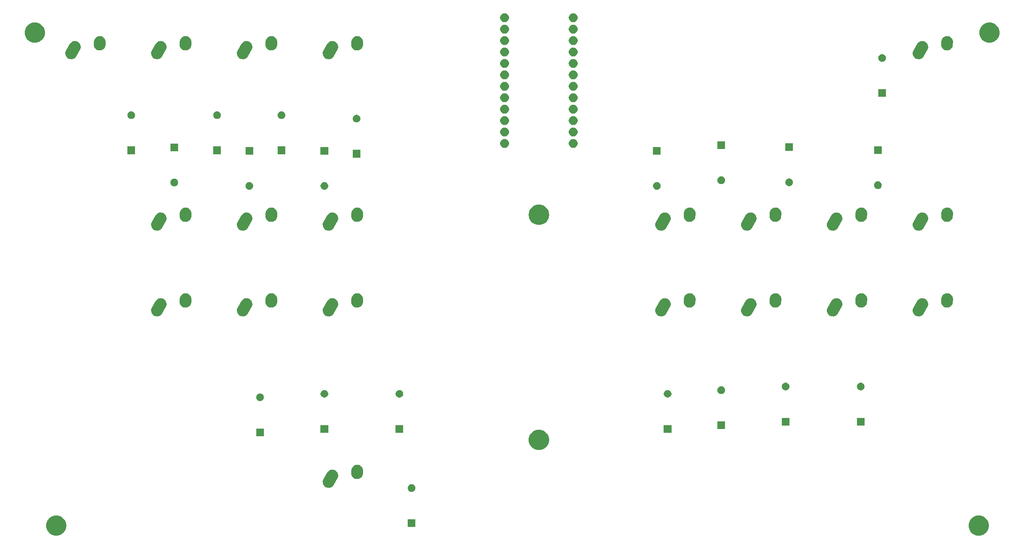
<source format=gts>
G04 #@! TF.GenerationSoftware,KiCad,Pcbnew,5.0.1*
G04 #@! TF.CreationDate,2018-11-29T02:11:47-05:00*
G04 #@! TF.ProjectId,fightkeyb-pcb,66696768746B6579622D7063622E6B69,rev?*
G04 #@! TF.SameCoordinates,Original*
G04 #@! TF.FileFunction,Soldermask,Top*
G04 #@! TF.FilePolarity,Negative*
%FSLAX46Y46*%
G04 Gerber Fmt 4.6, Leading zero omitted, Abs format (unit mm)*
G04 Created by KiCad (PCBNEW 5.0.1) date Thu 29 Nov 2018 02:11:47 AM EST*
%MOMM*%
%LPD*%
G01*
G04 APERTURE LIST*
%ADD10C,0.100000*%
G04 APERTURE END LIST*
D10*
G36*
X255102195Y-133497504D02*
X255450343Y-133566754D01*
X255859999Y-133736439D01*
X256228679Y-133982784D01*
X256542216Y-134296321D01*
X256788561Y-134665001D01*
X256958246Y-135074657D01*
X257044750Y-135509546D01*
X257044750Y-135952954D01*
X256958246Y-136387843D01*
X256788561Y-136797499D01*
X256542216Y-137166179D01*
X256228679Y-137479716D01*
X255859999Y-137726061D01*
X255450343Y-137895746D01*
X255102195Y-137964996D01*
X255015456Y-137982250D01*
X254572044Y-137982250D01*
X254485305Y-137964996D01*
X254137157Y-137895746D01*
X253727501Y-137726061D01*
X253358821Y-137479716D01*
X253045284Y-137166179D01*
X252798939Y-136797499D01*
X252629254Y-136387843D01*
X252542750Y-135952954D01*
X252542750Y-135509546D01*
X252629254Y-135074657D01*
X252798939Y-134665001D01*
X253045284Y-134296321D01*
X253358821Y-133982784D01*
X253727501Y-133736439D01*
X254137157Y-133566754D01*
X254485305Y-133497504D01*
X254572044Y-133480250D01*
X255015456Y-133480250D01*
X255102195Y-133497504D01*
X255102195Y-133497504D01*
G37*
G36*
X50314695Y-133497504D02*
X50662843Y-133566754D01*
X51072499Y-133736439D01*
X51441179Y-133982784D01*
X51754716Y-134296321D01*
X52001061Y-134665001D01*
X52170746Y-135074657D01*
X52257250Y-135509546D01*
X52257250Y-135952954D01*
X52170746Y-136387843D01*
X52001061Y-136797499D01*
X51754716Y-137166179D01*
X51441179Y-137479716D01*
X51072499Y-137726061D01*
X50662843Y-137895746D01*
X50314695Y-137964996D01*
X50227956Y-137982250D01*
X49784544Y-137982250D01*
X49697805Y-137964996D01*
X49349657Y-137895746D01*
X48940001Y-137726061D01*
X48571321Y-137479716D01*
X48257784Y-137166179D01*
X48011439Y-136797499D01*
X47841754Y-136387843D01*
X47755250Y-135952954D01*
X47755250Y-135509546D01*
X47841754Y-135074657D01*
X48011439Y-134665001D01*
X48257784Y-134296321D01*
X48571321Y-133982784D01*
X48940001Y-133736439D01*
X49349657Y-133566754D01*
X49697805Y-133497504D01*
X49784544Y-133480250D01*
X50227956Y-133480250D01*
X50314695Y-133497504D01*
X50314695Y-133497504D01*
G37*
G36*
X129756000Y-136036000D02*
X128054000Y-136036000D01*
X128054000Y-134334000D01*
X129756000Y-134334000D01*
X129756000Y-136036000D01*
X129756000Y-136036000D01*
G37*
G36*
X129153228Y-126566703D02*
X129308100Y-126630853D01*
X129447481Y-126723985D01*
X129566015Y-126842519D01*
X129659147Y-126981900D01*
X129723297Y-127136772D01*
X129756000Y-127301184D01*
X129756000Y-127468816D01*
X129723297Y-127633228D01*
X129659147Y-127788100D01*
X129566015Y-127927481D01*
X129447481Y-128046015D01*
X129308100Y-128139147D01*
X129153228Y-128203297D01*
X128988816Y-128236000D01*
X128821184Y-128236000D01*
X128656772Y-128203297D01*
X128501900Y-128139147D01*
X128362519Y-128046015D01*
X128243985Y-127927481D01*
X128150853Y-127788100D01*
X128086703Y-127633228D01*
X128054000Y-127468816D01*
X128054000Y-127301184D01*
X128086703Y-127136772D01*
X128150853Y-126981900D01*
X128243985Y-126842519D01*
X128362519Y-126723985D01*
X128501900Y-126630853D01*
X128656772Y-126566703D01*
X128821184Y-126534000D01*
X128988816Y-126534000D01*
X129153228Y-126566703D01*
X129153228Y-126566703D01*
G37*
G36*
X111316485Y-123286637D02*
X111449580Y-123288785D01*
X111700082Y-123342832D01*
X111700083Y-123342832D01*
X111700086Y-123342833D01*
X111807849Y-123389523D01*
X111935240Y-123444715D01*
X112145996Y-123590514D01*
X112324264Y-123774633D01*
X112463180Y-123989983D01*
X112557418Y-124228303D01*
X112582301Y-124364890D01*
X112603351Y-124480428D01*
X112601362Y-124603579D01*
X112599214Y-124736674D01*
X112554005Y-124946211D01*
X112545166Y-124987180D01*
X112468813Y-125163411D01*
X111595846Y-126735049D01*
X111521499Y-126842519D01*
X111486579Y-126892997D01*
X111302460Y-127071265D01*
X111117953Y-127190285D01*
X111087108Y-127210182D01*
X111056044Y-127222465D01*
X110848790Y-127304419D01*
X110712203Y-127329302D01*
X110596665Y-127350352D01*
X110473514Y-127348363D01*
X110340420Y-127346215D01*
X110089918Y-127292168D01*
X110089917Y-127292168D01*
X110089914Y-127292167D01*
X109982151Y-127245477D01*
X109854760Y-127190285D01*
X109644004Y-127044486D01*
X109465736Y-126860367D01*
X109326820Y-126645017D01*
X109321220Y-126630854D01*
X109282921Y-126534000D01*
X109232582Y-126406697D01*
X109207699Y-126270110D01*
X109186649Y-126154572D01*
X109188638Y-126031421D01*
X109190786Y-125898327D01*
X109244833Y-125647825D01*
X109244833Y-125647824D01*
X109244834Y-125647821D01*
X109321187Y-125471590D01*
X110194154Y-123899951D01*
X110303421Y-123742003D01*
X110487537Y-123563738D01*
X110487538Y-123563737D01*
X110702892Y-123424817D01*
X110941209Y-123330581D01*
X111077796Y-123305698D01*
X111193334Y-123284648D01*
X111316485Y-123286637D01*
X111316485Y-123286637D01*
G37*
G36*
X117181379Y-122246313D02*
X117420991Y-122337213D01*
X117420992Y-122337214D01*
X117420993Y-122337214D01*
X117638266Y-122473113D01*
X117824852Y-122648787D01*
X117945086Y-122817507D01*
X117973580Y-122857490D01*
X118078735Y-123091197D01*
X118078736Y-123091200D01*
X118136276Y-123340927D01*
X118142058Y-123532894D01*
X118127802Y-123742003D01*
X118093916Y-124239071D01*
X118062135Y-124428483D01*
X118033562Y-124503800D01*
X117971234Y-124668097D01*
X117835335Y-124885370D01*
X117659661Y-125071956D01*
X117450961Y-125220682D01*
X117450958Y-125220684D01*
X117217251Y-125325839D01*
X117217249Y-125325839D01*
X117217248Y-125325840D01*
X116967521Y-125383380D01*
X116711365Y-125391094D01*
X116711362Y-125391094D01*
X116458621Y-125348687D01*
X116219009Y-125257787D01*
X116219007Y-125257786D01*
X116001734Y-125121887D01*
X115815148Y-124946213D01*
X115666422Y-124737513D01*
X115666422Y-124737512D01*
X115666420Y-124737510D01*
X115561265Y-124503803D01*
X115543911Y-124428484D01*
X115503724Y-124254072D01*
X115497942Y-124062107D01*
X115546084Y-123355928D01*
X115558044Y-123284648D01*
X115577865Y-123166517D01*
X115668765Y-122926905D01*
X115668766Y-122926903D01*
X115804665Y-122709630D01*
X115980339Y-122523044D01*
X116189039Y-122374318D01*
X116189040Y-122374318D01*
X116189042Y-122374316D01*
X116422749Y-122269161D01*
X116422751Y-122269161D01*
X116422752Y-122269160D01*
X116672479Y-122211620D01*
X116928635Y-122203906D01*
X116928638Y-122203906D01*
X117181379Y-122246313D01*
X117181379Y-122246313D01*
G37*
G36*
X157470945Y-114447504D02*
X157819093Y-114516754D01*
X158228749Y-114686439D01*
X158597429Y-114932784D01*
X158910966Y-115246321D01*
X159157311Y-115615001D01*
X159326996Y-116024657D01*
X159413500Y-116459546D01*
X159413500Y-116902954D01*
X159326996Y-117337843D01*
X159157311Y-117747499D01*
X158910966Y-118116179D01*
X158597429Y-118429716D01*
X158228749Y-118676061D01*
X157819093Y-118845746D01*
X157470945Y-118914996D01*
X157384206Y-118932250D01*
X156940794Y-118932250D01*
X156854055Y-118914996D01*
X156505907Y-118845746D01*
X156096251Y-118676061D01*
X155727571Y-118429716D01*
X155414034Y-118116179D01*
X155167689Y-117747499D01*
X154998004Y-117337843D01*
X154911500Y-116902954D01*
X154911500Y-116459546D01*
X154998004Y-116024657D01*
X155167689Y-115615001D01*
X155414034Y-115246321D01*
X155727571Y-114932784D01*
X156096251Y-114686439D01*
X156505907Y-114516754D01*
X156854055Y-114447504D01*
X156940794Y-114430250D01*
X157384206Y-114430250D01*
X157470945Y-114447504D01*
X157470945Y-114447504D01*
G37*
G36*
X96101000Y-115863500D02*
X94399000Y-115863500D01*
X94399000Y-114161500D01*
X96101000Y-114161500D01*
X96101000Y-115863500D01*
X96101000Y-115863500D01*
G37*
G36*
X186588500Y-115094750D02*
X184886500Y-115094750D01*
X184886500Y-113392750D01*
X186588500Y-113392750D01*
X186588500Y-115094750D01*
X186588500Y-115094750D01*
G37*
G36*
X127057250Y-115094750D02*
X125355250Y-115094750D01*
X125355250Y-113392750D01*
X127057250Y-113392750D01*
X127057250Y-115094750D01*
X127057250Y-115094750D01*
G37*
G36*
X110388500Y-115094750D02*
X108686500Y-115094750D01*
X108686500Y-113392750D01*
X110388500Y-113392750D01*
X110388500Y-115094750D01*
X110388500Y-115094750D01*
G37*
G36*
X198494750Y-114288500D02*
X196792750Y-114288500D01*
X196792750Y-112586500D01*
X198494750Y-112586500D01*
X198494750Y-114288500D01*
X198494750Y-114288500D01*
G37*
G36*
X229451000Y-113482250D02*
X227749000Y-113482250D01*
X227749000Y-111780250D01*
X229451000Y-111780250D01*
X229451000Y-113482250D01*
X229451000Y-113482250D01*
G37*
G36*
X212782250Y-113482250D02*
X211080250Y-113482250D01*
X211080250Y-111780250D01*
X212782250Y-111780250D01*
X212782250Y-113482250D01*
X212782250Y-113482250D01*
G37*
G36*
X95498228Y-106394203D02*
X95653100Y-106458353D01*
X95792481Y-106551485D01*
X95911015Y-106670019D01*
X96004147Y-106809400D01*
X96068297Y-106964272D01*
X96101000Y-107128684D01*
X96101000Y-107296316D01*
X96068297Y-107460728D01*
X96004147Y-107615600D01*
X95911015Y-107754981D01*
X95792481Y-107873515D01*
X95653100Y-107966647D01*
X95498228Y-108030797D01*
X95333816Y-108063500D01*
X95166184Y-108063500D01*
X95001772Y-108030797D01*
X94846900Y-107966647D01*
X94707519Y-107873515D01*
X94588985Y-107754981D01*
X94495853Y-107615600D01*
X94431703Y-107460728D01*
X94399000Y-107296316D01*
X94399000Y-107128684D01*
X94431703Y-106964272D01*
X94495853Y-106809400D01*
X94588985Y-106670019D01*
X94707519Y-106551485D01*
X94846900Y-106458353D01*
X95001772Y-106394203D01*
X95166184Y-106361500D01*
X95333816Y-106361500D01*
X95498228Y-106394203D01*
X95498228Y-106394203D01*
G37*
G36*
X109785728Y-105625453D02*
X109940600Y-105689603D01*
X110079981Y-105782735D01*
X110198515Y-105901269D01*
X110291647Y-106040650D01*
X110355797Y-106195522D01*
X110388500Y-106359934D01*
X110388500Y-106527566D01*
X110355797Y-106691978D01*
X110291647Y-106846850D01*
X110198515Y-106986231D01*
X110079981Y-107104765D01*
X109940600Y-107197897D01*
X109785728Y-107262047D01*
X109621316Y-107294750D01*
X109453684Y-107294750D01*
X109289272Y-107262047D01*
X109134400Y-107197897D01*
X108995019Y-107104765D01*
X108876485Y-106986231D01*
X108783353Y-106846850D01*
X108719203Y-106691978D01*
X108686500Y-106527566D01*
X108686500Y-106359934D01*
X108719203Y-106195522D01*
X108783353Y-106040650D01*
X108876485Y-105901269D01*
X108995019Y-105782735D01*
X109134400Y-105689603D01*
X109289272Y-105625453D01*
X109453684Y-105592750D01*
X109621316Y-105592750D01*
X109785728Y-105625453D01*
X109785728Y-105625453D01*
G37*
G36*
X126454478Y-105625453D02*
X126609350Y-105689603D01*
X126748731Y-105782735D01*
X126867265Y-105901269D01*
X126960397Y-106040650D01*
X127024547Y-106195522D01*
X127057250Y-106359934D01*
X127057250Y-106527566D01*
X127024547Y-106691978D01*
X126960397Y-106846850D01*
X126867265Y-106986231D01*
X126748731Y-107104765D01*
X126609350Y-107197897D01*
X126454478Y-107262047D01*
X126290066Y-107294750D01*
X126122434Y-107294750D01*
X125958022Y-107262047D01*
X125803150Y-107197897D01*
X125663769Y-107104765D01*
X125545235Y-106986231D01*
X125452103Y-106846850D01*
X125387953Y-106691978D01*
X125355250Y-106527566D01*
X125355250Y-106359934D01*
X125387953Y-106195522D01*
X125452103Y-106040650D01*
X125545235Y-105901269D01*
X125663769Y-105782735D01*
X125803150Y-105689603D01*
X125958022Y-105625453D01*
X126122434Y-105592750D01*
X126290066Y-105592750D01*
X126454478Y-105625453D01*
X126454478Y-105625453D01*
G37*
G36*
X185985728Y-105625453D02*
X186140600Y-105689603D01*
X186279981Y-105782735D01*
X186398515Y-105901269D01*
X186491647Y-106040650D01*
X186555797Y-106195522D01*
X186588500Y-106359934D01*
X186588500Y-106527566D01*
X186555797Y-106691978D01*
X186491647Y-106846850D01*
X186398515Y-106986231D01*
X186279981Y-107104765D01*
X186140600Y-107197897D01*
X185985728Y-107262047D01*
X185821316Y-107294750D01*
X185653684Y-107294750D01*
X185489272Y-107262047D01*
X185334400Y-107197897D01*
X185195019Y-107104765D01*
X185076485Y-106986231D01*
X184983353Y-106846850D01*
X184919203Y-106691978D01*
X184886500Y-106527566D01*
X184886500Y-106359934D01*
X184919203Y-106195522D01*
X184983353Y-106040650D01*
X185076485Y-105901269D01*
X185195019Y-105782735D01*
X185334400Y-105689603D01*
X185489272Y-105625453D01*
X185653684Y-105592750D01*
X185821316Y-105592750D01*
X185985728Y-105625453D01*
X185985728Y-105625453D01*
G37*
G36*
X197891978Y-104819203D02*
X198046850Y-104883353D01*
X198186231Y-104976485D01*
X198304765Y-105095019D01*
X198397897Y-105234400D01*
X198462047Y-105389272D01*
X198494750Y-105553684D01*
X198494750Y-105721316D01*
X198462047Y-105885728D01*
X198397897Y-106040600D01*
X198304765Y-106179981D01*
X198186231Y-106298515D01*
X198046850Y-106391647D01*
X197891978Y-106455797D01*
X197727566Y-106488500D01*
X197559934Y-106488500D01*
X197395522Y-106455797D01*
X197240650Y-106391647D01*
X197101269Y-106298515D01*
X196982735Y-106179981D01*
X196889603Y-106040600D01*
X196825453Y-105885728D01*
X196792750Y-105721316D01*
X196792750Y-105553684D01*
X196825453Y-105389272D01*
X196889603Y-105234400D01*
X196982735Y-105095019D01*
X197101269Y-104976485D01*
X197240650Y-104883353D01*
X197395522Y-104819203D01*
X197559934Y-104786500D01*
X197727566Y-104786500D01*
X197891978Y-104819203D01*
X197891978Y-104819203D01*
G37*
G36*
X228848228Y-104012953D02*
X229003100Y-104077103D01*
X229142481Y-104170235D01*
X229261015Y-104288769D01*
X229354147Y-104428150D01*
X229418297Y-104583022D01*
X229451000Y-104747434D01*
X229451000Y-104915066D01*
X229418297Y-105079478D01*
X229354147Y-105234350D01*
X229261015Y-105373731D01*
X229142481Y-105492265D01*
X229003100Y-105585397D01*
X228848228Y-105649547D01*
X228683816Y-105682250D01*
X228516184Y-105682250D01*
X228351772Y-105649547D01*
X228196900Y-105585397D01*
X228057519Y-105492265D01*
X227938985Y-105373731D01*
X227845853Y-105234350D01*
X227781703Y-105079478D01*
X227749000Y-104915066D01*
X227749000Y-104747434D01*
X227781703Y-104583022D01*
X227845853Y-104428150D01*
X227938985Y-104288769D01*
X228057519Y-104170235D01*
X228196900Y-104077103D01*
X228351772Y-104012953D01*
X228516184Y-103980250D01*
X228683816Y-103980250D01*
X228848228Y-104012953D01*
X228848228Y-104012953D01*
G37*
G36*
X212179478Y-104012953D02*
X212334350Y-104077103D01*
X212473731Y-104170235D01*
X212592265Y-104288769D01*
X212685397Y-104428150D01*
X212749547Y-104583022D01*
X212782250Y-104747434D01*
X212782250Y-104915066D01*
X212749547Y-105079478D01*
X212685397Y-105234350D01*
X212592265Y-105373731D01*
X212473731Y-105492265D01*
X212334350Y-105585397D01*
X212179478Y-105649547D01*
X212015066Y-105682250D01*
X211847434Y-105682250D01*
X211683022Y-105649547D01*
X211528150Y-105585397D01*
X211388769Y-105492265D01*
X211270235Y-105373731D01*
X211177103Y-105234350D01*
X211112953Y-105079478D01*
X211080250Y-104915066D01*
X211080250Y-104747434D01*
X211112953Y-104583022D01*
X211177103Y-104428150D01*
X211270235Y-104288769D01*
X211388769Y-104170235D01*
X211528150Y-104077103D01*
X211683022Y-104012953D01*
X211847434Y-103980250D01*
X212015066Y-103980250D01*
X212179478Y-104012953D01*
X212179478Y-104012953D01*
G37*
G36*
X204185235Y-85186637D02*
X204318330Y-85188785D01*
X204568832Y-85242832D01*
X204568833Y-85242832D01*
X204568836Y-85242833D01*
X204676599Y-85289523D01*
X204803990Y-85344715D01*
X205014746Y-85490514D01*
X205193014Y-85674633D01*
X205331930Y-85889983D01*
X205426168Y-86128303D01*
X205451051Y-86264890D01*
X205472101Y-86380428D01*
X205470112Y-86503579D01*
X205467964Y-86636674D01*
X205422755Y-86846211D01*
X205413916Y-86887180D01*
X205337563Y-87063411D01*
X204464596Y-88635049D01*
X204377902Y-88760367D01*
X204355329Y-88792997D01*
X204171210Y-88971265D01*
X203986703Y-89090285D01*
X203955858Y-89110182D01*
X203924794Y-89122465D01*
X203717540Y-89204419D01*
X203580953Y-89229302D01*
X203465415Y-89250352D01*
X203342264Y-89248363D01*
X203209170Y-89246215D01*
X202958668Y-89192168D01*
X202958667Y-89192168D01*
X202958664Y-89192167D01*
X202850901Y-89145477D01*
X202723510Y-89090285D01*
X202512754Y-88944486D01*
X202334486Y-88760367D01*
X202195570Y-88545017D01*
X202101332Y-88306697D01*
X202076449Y-88170110D01*
X202055399Y-88054572D01*
X202057388Y-87931421D01*
X202059536Y-87798327D01*
X202113583Y-87547825D01*
X202113583Y-87547824D01*
X202113584Y-87547821D01*
X202189937Y-87371590D01*
X203062904Y-85799951D01*
X203172171Y-85642003D01*
X203356287Y-85463738D01*
X203356288Y-85463737D01*
X203571642Y-85324817D01*
X203809959Y-85230581D01*
X203946546Y-85205698D01*
X204062084Y-85184648D01*
X204185235Y-85186637D01*
X204185235Y-85186637D01*
G37*
G36*
X185135235Y-85186637D02*
X185268330Y-85188785D01*
X185518832Y-85242832D01*
X185518833Y-85242832D01*
X185518836Y-85242833D01*
X185626599Y-85289523D01*
X185753990Y-85344715D01*
X185964746Y-85490514D01*
X186143014Y-85674633D01*
X186281930Y-85889983D01*
X186376168Y-86128303D01*
X186401051Y-86264890D01*
X186422101Y-86380428D01*
X186420112Y-86503579D01*
X186417964Y-86636674D01*
X186372755Y-86846211D01*
X186363916Y-86887180D01*
X186287563Y-87063411D01*
X185414596Y-88635049D01*
X185327902Y-88760367D01*
X185305329Y-88792997D01*
X185121210Y-88971265D01*
X184936703Y-89090285D01*
X184905858Y-89110182D01*
X184874794Y-89122465D01*
X184667540Y-89204419D01*
X184530953Y-89229302D01*
X184415415Y-89250352D01*
X184292264Y-89248363D01*
X184159170Y-89246215D01*
X183908668Y-89192168D01*
X183908667Y-89192168D01*
X183908664Y-89192167D01*
X183800901Y-89145477D01*
X183673510Y-89090285D01*
X183462754Y-88944486D01*
X183284486Y-88760367D01*
X183145570Y-88545017D01*
X183051332Y-88306697D01*
X183026449Y-88170110D01*
X183005399Y-88054572D01*
X183007388Y-87931421D01*
X183009536Y-87798327D01*
X183063583Y-87547825D01*
X183063583Y-87547824D01*
X183063584Y-87547821D01*
X183139937Y-87371590D01*
X184012904Y-85799951D01*
X184122171Y-85642003D01*
X184306287Y-85463738D01*
X184306288Y-85463737D01*
X184521642Y-85324817D01*
X184759959Y-85230581D01*
X184896546Y-85205698D01*
X185012084Y-85184648D01*
X185135235Y-85186637D01*
X185135235Y-85186637D01*
G37*
G36*
X223235235Y-85186637D02*
X223368330Y-85188785D01*
X223618832Y-85242832D01*
X223618833Y-85242832D01*
X223618836Y-85242833D01*
X223726599Y-85289523D01*
X223853990Y-85344715D01*
X224064746Y-85490514D01*
X224243014Y-85674633D01*
X224381930Y-85889983D01*
X224476168Y-86128303D01*
X224501051Y-86264890D01*
X224522101Y-86380428D01*
X224520112Y-86503579D01*
X224517964Y-86636674D01*
X224472755Y-86846211D01*
X224463916Y-86887180D01*
X224387563Y-87063411D01*
X223514596Y-88635049D01*
X223427902Y-88760367D01*
X223405329Y-88792997D01*
X223221210Y-88971265D01*
X223036703Y-89090285D01*
X223005858Y-89110182D01*
X222974794Y-89122465D01*
X222767540Y-89204419D01*
X222630953Y-89229302D01*
X222515415Y-89250352D01*
X222392264Y-89248363D01*
X222259170Y-89246215D01*
X222008668Y-89192168D01*
X222008667Y-89192168D01*
X222008664Y-89192167D01*
X221900901Y-89145477D01*
X221773510Y-89090285D01*
X221562754Y-88944486D01*
X221384486Y-88760367D01*
X221245570Y-88545017D01*
X221151332Y-88306697D01*
X221126449Y-88170110D01*
X221105399Y-88054572D01*
X221107388Y-87931421D01*
X221109536Y-87798327D01*
X221163583Y-87547825D01*
X221163583Y-87547824D01*
X221163584Y-87547821D01*
X221239937Y-87371590D01*
X222112904Y-85799951D01*
X222222171Y-85642003D01*
X222406287Y-85463738D01*
X222406288Y-85463737D01*
X222621642Y-85324817D01*
X222859959Y-85230581D01*
X222996546Y-85205698D01*
X223112084Y-85184648D01*
X223235235Y-85186637D01*
X223235235Y-85186637D01*
G37*
G36*
X111316485Y-85186637D02*
X111449580Y-85188785D01*
X111700082Y-85242832D01*
X111700083Y-85242832D01*
X111700086Y-85242833D01*
X111807849Y-85289523D01*
X111935240Y-85344715D01*
X112145996Y-85490514D01*
X112324264Y-85674633D01*
X112463180Y-85889983D01*
X112557418Y-86128303D01*
X112582301Y-86264890D01*
X112603351Y-86380428D01*
X112601362Y-86503579D01*
X112599214Y-86636674D01*
X112554005Y-86846211D01*
X112545166Y-86887180D01*
X112468813Y-87063411D01*
X111595846Y-88635049D01*
X111509152Y-88760367D01*
X111486579Y-88792997D01*
X111302460Y-88971265D01*
X111117953Y-89090285D01*
X111087108Y-89110182D01*
X111056044Y-89122465D01*
X110848790Y-89204419D01*
X110712203Y-89229302D01*
X110596665Y-89250352D01*
X110473514Y-89248363D01*
X110340420Y-89246215D01*
X110089918Y-89192168D01*
X110089917Y-89192168D01*
X110089914Y-89192167D01*
X109982151Y-89145477D01*
X109854760Y-89090285D01*
X109644004Y-88944486D01*
X109465736Y-88760367D01*
X109326820Y-88545017D01*
X109232582Y-88306697D01*
X109207699Y-88170110D01*
X109186649Y-88054572D01*
X109188638Y-87931421D01*
X109190786Y-87798327D01*
X109244833Y-87547825D01*
X109244833Y-87547824D01*
X109244834Y-87547821D01*
X109321187Y-87371590D01*
X110194154Y-85799951D01*
X110303421Y-85642003D01*
X110487537Y-85463738D01*
X110487538Y-85463737D01*
X110702892Y-85324817D01*
X110941209Y-85230581D01*
X111077796Y-85205698D01*
X111193334Y-85184648D01*
X111316485Y-85186637D01*
X111316485Y-85186637D01*
G37*
G36*
X92266485Y-85186637D02*
X92399580Y-85188785D01*
X92650082Y-85242832D01*
X92650083Y-85242832D01*
X92650086Y-85242833D01*
X92757849Y-85289523D01*
X92885240Y-85344715D01*
X93095996Y-85490514D01*
X93274264Y-85674633D01*
X93413180Y-85889983D01*
X93507418Y-86128303D01*
X93532301Y-86264890D01*
X93553351Y-86380428D01*
X93551362Y-86503579D01*
X93549214Y-86636674D01*
X93504005Y-86846211D01*
X93495166Y-86887180D01*
X93418813Y-87063411D01*
X92545846Y-88635049D01*
X92459152Y-88760367D01*
X92436579Y-88792997D01*
X92252460Y-88971265D01*
X92067953Y-89090285D01*
X92037108Y-89110182D01*
X92006044Y-89122465D01*
X91798790Y-89204419D01*
X91662203Y-89229302D01*
X91546665Y-89250352D01*
X91423514Y-89248363D01*
X91290420Y-89246215D01*
X91039918Y-89192168D01*
X91039917Y-89192168D01*
X91039914Y-89192167D01*
X90932151Y-89145477D01*
X90804760Y-89090285D01*
X90594004Y-88944486D01*
X90415736Y-88760367D01*
X90276820Y-88545017D01*
X90182582Y-88306697D01*
X90157699Y-88170110D01*
X90136649Y-88054572D01*
X90138638Y-87931421D01*
X90140786Y-87798327D01*
X90194833Y-87547825D01*
X90194833Y-87547824D01*
X90194834Y-87547821D01*
X90271187Y-87371590D01*
X91144154Y-85799951D01*
X91253421Y-85642003D01*
X91437537Y-85463738D01*
X91437538Y-85463737D01*
X91652892Y-85324817D01*
X91891209Y-85230581D01*
X92027796Y-85205698D01*
X92143334Y-85184648D01*
X92266485Y-85186637D01*
X92266485Y-85186637D01*
G37*
G36*
X242285235Y-85186637D02*
X242418330Y-85188785D01*
X242668832Y-85242832D01*
X242668833Y-85242832D01*
X242668836Y-85242833D01*
X242776599Y-85289523D01*
X242903990Y-85344715D01*
X243114746Y-85490514D01*
X243293014Y-85674633D01*
X243431930Y-85889983D01*
X243526168Y-86128303D01*
X243551051Y-86264890D01*
X243572101Y-86380428D01*
X243570112Y-86503579D01*
X243567964Y-86636674D01*
X243522755Y-86846211D01*
X243513916Y-86887180D01*
X243437563Y-87063411D01*
X242564596Y-88635049D01*
X242477902Y-88760367D01*
X242455329Y-88792997D01*
X242271210Y-88971265D01*
X242086703Y-89090285D01*
X242055858Y-89110182D01*
X242024794Y-89122465D01*
X241817540Y-89204419D01*
X241680953Y-89229302D01*
X241565415Y-89250352D01*
X241442264Y-89248363D01*
X241309170Y-89246215D01*
X241058668Y-89192168D01*
X241058667Y-89192168D01*
X241058664Y-89192167D01*
X240950901Y-89145477D01*
X240823510Y-89090285D01*
X240612754Y-88944486D01*
X240434486Y-88760367D01*
X240295570Y-88545017D01*
X240201332Y-88306697D01*
X240176449Y-88170110D01*
X240155399Y-88054572D01*
X240157388Y-87931421D01*
X240159536Y-87798327D01*
X240213583Y-87547825D01*
X240213583Y-87547824D01*
X240213584Y-87547821D01*
X240289937Y-87371590D01*
X241162904Y-85799951D01*
X241272171Y-85642003D01*
X241456287Y-85463738D01*
X241456288Y-85463737D01*
X241671642Y-85324817D01*
X241909959Y-85230581D01*
X242046546Y-85205698D01*
X242162084Y-85184648D01*
X242285235Y-85186637D01*
X242285235Y-85186637D01*
G37*
G36*
X73216485Y-85186637D02*
X73349580Y-85188785D01*
X73600082Y-85242832D01*
X73600083Y-85242832D01*
X73600086Y-85242833D01*
X73707849Y-85289523D01*
X73835240Y-85344715D01*
X74045996Y-85490514D01*
X74224264Y-85674633D01*
X74363180Y-85889983D01*
X74457418Y-86128303D01*
X74482301Y-86264890D01*
X74503351Y-86380428D01*
X74501362Y-86503579D01*
X74499214Y-86636674D01*
X74454005Y-86846211D01*
X74445166Y-86887180D01*
X74368813Y-87063411D01*
X73495846Y-88635049D01*
X73409152Y-88760367D01*
X73386579Y-88792997D01*
X73202460Y-88971265D01*
X73017953Y-89090285D01*
X72987108Y-89110182D01*
X72956044Y-89122465D01*
X72748790Y-89204419D01*
X72612203Y-89229302D01*
X72496665Y-89250352D01*
X72373514Y-89248363D01*
X72240420Y-89246215D01*
X71989918Y-89192168D01*
X71989917Y-89192168D01*
X71989914Y-89192167D01*
X71882151Y-89145477D01*
X71754760Y-89090285D01*
X71544004Y-88944486D01*
X71365736Y-88760367D01*
X71226820Y-88545017D01*
X71132582Y-88306697D01*
X71107699Y-88170110D01*
X71086649Y-88054572D01*
X71088638Y-87931421D01*
X71090786Y-87798327D01*
X71144833Y-87547825D01*
X71144833Y-87547824D01*
X71144834Y-87547821D01*
X71221187Y-87371590D01*
X72094154Y-85799951D01*
X72203421Y-85642003D01*
X72387537Y-85463738D01*
X72387538Y-85463737D01*
X72602892Y-85324817D01*
X72841209Y-85230581D01*
X72977796Y-85205698D01*
X73093334Y-85184648D01*
X73216485Y-85186637D01*
X73216485Y-85186637D01*
G37*
G36*
X191000129Y-84146313D02*
X191239741Y-84237213D01*
X191239742Y-84237214D01*
X191239743Y-84237214D01*
X191457016Y-84373113D01*
X191643602Y-84548787D01*
X191763836Y-84717507D01*
X191792330Y-84757490D01*
X191897485Y-84991197D01*
X191897486Y-84991200D01*
X191955026Y-85240927D01*
X191960808Y-85432894D01*
X191946552Y-85642003D01*
X191912666Y-86139071D01*
X191880885Y-86328483D01*
X191852312Y-86403800D01*
X191789984Y-86568097D01*
X191654085Y-86785370D01*
X191478411Y-86971956D01*
X191269711Y-87120682D01*
X191269708Y-87120684D01*
X191036001Y-87225839D01*
X191035999Y-87225839D01*
X191035998Y-87225840D01*
X190786271Y-87283380D01*
X190530115Y-87291094D01*
X190530112Y-87291094D01*
X190277371Y-87248687D01*
X190037759Y-87157787D01*
X190037757Y-87157786D01*
X189820484Y-87021887D01*
X189633898Y-86846213D01*
X189485172Y-86637513D01*
X189485172Y-86637512D01*
X189485170Y-86637510D01*
X189380015Y-86403803D01*
X189362661Y-86328484D01*
X189322474Y-86154072D01*
X189316692Y-85962107D01*
X189364834Y-85255928D01*
X189376794Y-85184648D01*
X189396615Y-85066517D01*
X189487515Y-84826905D01*
X189487516Y-84826903D01*
X189623415Y-84609630D01*
X189799089Y-84423044D01*
X190007789Y-84274318D01*
X190007790Y-84274318D01*
X190007792Y-84274316D01*
X190241499Y-84169161D01*
X190241501Y-84169161D01*
X190241502Y-84169160D01*
X190491229Y-84111620D01*
X190747385Y-84103906D01*
X190747388Y-84103906D01*
X191000129Y-84146313D01*
X191000129Y-84146313D01*
G37*
G36*
X248150129Y-84146313D02*
X248389741Y-84237213D01*
X248389742Y-84237214D01*
X248389743Y-84237214D01*
X248607016Y-84373113D01*
X248793602Y-84548787D01*
X248913836Y-84717507D01*
X248942330Y-84757490D01*
X249047485Y-84991197D01*
X249047486Y-84991200D01*
X249105026Y-85240927D01*
X249110808Y-85432894D01*
X249096552Y-85642003D01*
X249062666Y-86139071D01*
X249030885Y-86328483D01*
X249002312Y-86403800D01*
X248939984Y-86568097D01*
X248804085Y-86785370D01*
X248628411Y-86971956D01*
X248419711Y-87120682D01*
X248419708Y-87120684D01*
X248186001Y-87225839D01*
X248185999Y-87225839D01*
X248185998Y-87225840D01*
X247936271Y-87283380D01*
X247680115Y-87291094D01*
X247680112Y-87291094D01*
X247427371Y-87248687D01*
X247187759Y-87157787D01*
X247187757Y-87157786D01*
X246970484Y-87021887D01*
X246783898Y-86846213D01*
X246635172Y-86637513D01*
X246635172Y-86637512D01*
X246635170Y-86637510D01*
X246530015Y-86403803D01*
X246512661Y-86328484D01*
X246472474Y-86154072D01*
X246466692Y-85962107D01*
X246514834Y-85255928D01*
X246526794Y-85184648D01*
X246546615Y-85066517D01*
X246637515Y-84826905D01*
X246637516Y-84826903D01*
X246773415Y-84609630D01*
X246949089Y-84423044D01*
X247157789Y-84274318D01*
X247157790Y-84274318D01*
X247157792Y-84274316D01*
X247391499Y-84169161D01*
X247391501Y-84169161D01*
X247391502Y-84169160D01*
X247641229Y-84111620D01*
X247897385Y-84103906D01*
X247897388Y-84103906D01*
X248150129Y-84146313D01*
X248150129Y-84146313D01*
G37*
G36*
X229100129Y-84146313D02*
X229339741Y-84237213D01*
X229339742Y-84237214D01*
X229339743Y-84237214D01*
X229557016Y-84373113D01*
X229743602Y-84548787D01*
X229863836Y-84717507D01*
X229892330Y-84757490D01*
X229997485Y-84991197D01*
X229997486Y-84991200D01*
X230055026Y-85240927D01*
X230060808Y-85432894D01*
X230046552Y-85642003D01*
X230012666Y-86139071D01*
X229980885Y-86328483D01*
X229952312Y-86403800D01*
X229889984Y-86568097D01*
X229754085Y-86785370D01*
X229578411Y-86971956D01*
X229369711Y-87120682D01*
X229369708Y-87120684D01*
X229136001Y-87225839D01*
X229135999Y-87225839D01*
X229135998Y-87225840D01*
X228886271Y-87283380D01*
X228630115Y-87291094D01*
X228630112Y-87291094D01*
X228377371Y-87248687D01*
X228137759Y-87157787D01*
X228137757Y-87157786D01*
X227920484Y-87021887D01*
X227733898Y-86846213D01*
X227585172Y-86637513D01*
X227585172Y-86637512D01*
X227585170Y-86637510D01*
X227480015Y-86403803D01*
X227462661Y-86328484D01*
X227422474Y-86154072D01*
X227416692Y-85962107D01*
X227464834Y-85255928D01*
X227476794Y-85184648D01*
X227496615Y-85066517D01*
X227587515Y-84826905D01*
X227587516Y-84826903D01*
X227723415Y-84609630D01*
X227899089Y-84423044D01*
X228107789Y-84274318D01*
X228107790Y-84274318D01*
X228107792Y-84274316D01*
X228341499Y-84169161D01*
X228341501Y-84169161D01*
X228341502Y-84169160D01*
X228591229Y-84111620D01*
X228847385Y-84103906D01*
X228847388Y-84103906D01*
X229100129Y-84146313D01*
X229100129Y-84146313D01*
G37*
G36*
X210050129Y-84146313D02*
X210289741Y-84237213D01*
X210289742Y-84237214D01*
X210289743Y-84237214D01*
X210507016Y-84373113D01*
X210693602Y-84548787D01*
X210813836Y-84717507D01*
X210842330Y-84757490D01*
X210947485Y-84991197D01*
X210947486Y-84991200D01*
X211005026Y-85240927D01*
X211010808Y-85432894D01*
X210996552Y-85642003D01*
X210962666Y-86139071D01*
X210930885Y-86328483D01*
X210902312Y-86403800D01*
X210839984Y-86568097D01*
X210704085Y-86785370D01*
X210528411Y-86971956D01*
X210319711Y-87120682D01*
X210319708Y-87120684D01*
X210086001Y-87225839D01*
X210085999Y-87225839D01*
X210085998Y-87225840D01*
X209836271Y-87283380D01*
X209580115Y-87291094D01*
X209580112Y-87291094D01*
X209327371Y-87248687D01*
X209087759Y-87157787D01*
X209087757Y-87157786D01*
X208870484Y-87021887D01*
X208683898Y-86846213D01*
X208535172Y-86637513D01*
X208535172Y-86637512D01*
X208535170Y-86637510D01*
X208430015Y-86403803D01*
X208412661Y-86328484D01*
X208372474Y-86154072D01*
X208366692Y-85962107D01*
X208414834Y-85255928D01*
X208426794Y-85184648D01*
X208446615Y-85066517D01*
X208537515Y-84826905D01*
X208537516Y-84826903D01*
X208673415Y-84609630D01*
X208849089Y-84423044D01*
X209057789Y-84274318D01*
X209057790Y-84274318D01*
X209057792Y-84274316D01*
X209291499Y-84169161D01*
X209291501Y-84169161D01*
X209291502Y-84169160D01*
X209541229Y-84111620D01*
X209797385Y-84103906D01*
X209797388Y-84103906D01*
X210050129Y-84146313D01*
X210050129Y-84146313D01*
G37*
G36*
X98131379Y-84146313D02*
X98370991Y-84237213D01*
X98370992Y-84237214D01*
X98370993Y-84237214D01*
X98588266Y-84373113D01*
X98774852Y-84548787D01*
X98895086Y-84717507D01*
X98923580Y-84757490D01*
X99028735Y-84991197D01*
X99028736Y-84991200D01*
X99086276Y-85240927D01*
X99092058Y-85432894D01*
X99077802Y-85642003D01*
X99043916Y-86139071D01*
X99012135Y-86328483D01*
X98983562Y-86403800D01*
X98921234Y-86568097D01*
X98785335Y-86785370D01*
X98609661Y-86971956D01*
X98400961Y-87120682D01*
X98400958Y-87120684D01*
X98167251Y-87225839D01*
X98167249Y-87225839D01*
X98167248Y-87225840D01*
X97917521Y-87283380D01*
X97661365Y-87291094D01*
X97661362Y-87291094D01*
X97408621Y-87248687D01*
X97169009Y-87157787D01*
X97169007Y-87157786D01*
X96951734Y-87021887D01*
X96765148Y-86846213D01*
X96616422Y-86637513D01*
X96616422Y-86637512D01*
X96616420Y-86637510D01*
X96511265Y-86403803D01*
X96493911Y-86328484D01*
X96453724Y-86154072D01*
X96447942Y-85962107D01*
X96496084Y-85255928D01*
X96508044Y-85184648D01*
X96527865Y-85066517D01*
X96618765Y-84826905D01*
X96618766Y-84826903D01*
X96754665Y-84609630D01*
X96930339Y-84423044D01*
X97139039Y-84274318D01*
X97139040Y-84274318D01*
X97139042Y-84274316D01*
X97372749Y-84169161D01*
X97372751Y-84169161D01*
X97372752Y-84169160D01*
X97622479Y-84111620D01*
X97878635Y-84103906D01*
X97878638Y-84103906D01*
X98131379Y-84146313D01*
X98131379Y-84146313D01*
G37*
G36*
X79081379Y-84146313D02*
X79320991Y-84237213D01*
X79320992Y-84237214D01*
X79320993Y-84237214D01*
X79538266Y-84373113D01*
X79724852Y-84548787D01*
X79845086Y-84717507D01*
X79873580Y-84757490D01*
X79978735Y-84991197D01*
X79978736Y-84991200D01*
X80036276Y-85240927D01*
X80042058Y-85432894D01*
X80027802Y-85642003D01*
X79993916Y-86139071D01*
X79962135Y-86328483D01*
X79933562Y-86403800D01*
X79871234Y-86568097D01*
X79735335Y-86785370D01*
X79559661Y-86971956D01*
X79350961Y-87120682D01*
X79350958Y-87120684D01*
X79117251Y-87225839D01*
X79117249Y-87225839D01*
X79117248Y-87225840D01*
X78867521Y-87283380D01*
X78611365Y-87291094D01*
X78611362Y-87291094D01*
X78358621Y-87248687D01*
X78119009Y-87157787D01*
X78119007Y-87157786D01*
X77901734Y-87021887D01*
X77715148Y-86846213D01*
X77566422Y-86637513D01*
X77566422Y-86637512D01*
X77566420Y-86637510D01*
X77461265Y-86403803D01*
X77443911Y-86328484D01*
X77403724Y-86154072D01*
X77397942Y-85962107D01*
X77446084Y-85255928D01*
X77458044Y-85184648D01*
X77477865Y-85066517D01*
X77568765Y-84826905D01*
X77568766Y-84826903D01*
X77704665Y-84609630D01*
X77880339Y-84423044D01*
X78089039Y-84274318D01*
X78089040Y-84274318D01*
X78089042Y-84274316D01*
X78322749Y-84169161D01*
X78322751Y-84169161D01*
X78322752Y-84169160D01*
X78572479Y-84111620D01*
X78828635Y-84103906D01*
X78828638Y-84103906D01*
X79081379Y-84146313D01*
X79081379Y-84146313D01*
G37*
G36*
X117181379Y-84146313D02*
X117420991Y-84237213D01*
X117420992Y-84237214D01*
X117420993Y-84237214D01*
X117638266Y-84373113D01*
X117824852Y-84548787D01*
X117945086Y-84717507D01*
X117973580Y-84757490D01*
X118078735Y-84991197D01*
X118078736Y-84991200D01*
X118136276Y-85240927D01*
X118142058Y-85432894D01*
X118127802Y-85642003D01*
X118093916Y-86139071D01*
X118062135Y-86328483D01*
X118033562Y-86403800D01*
X117971234Y-86568097D01*
X117835335Y-86785370D01*
X117659661Y-86971956D01*
X117450961Y-87120682D01*
X117450958Y-87120684D01*
X117217251Y-87225839D01*
X117217249Y-87225839D01*
X117217248Y-87225840D01*
X116967521Y-87283380D01*
X116711365Y-87291094D01*
X116711362Y-87291094D01*
X116458621Y-87248687D01*
X116219009Y-87157787D01*
X116219007Y-87157786D01*
X116001734Y-87021887D01*
X115815148Y-86846213D01*
X115666422Y-86637513D01*
X115666422Y-86637512D01*
X115666420Y-86637510D01*
X115561265Y-86403803D01*
X115543911Y-86328484D01*
X115503724Y-86154072D01*
X115497942Y-85962107D01*
X115546084Y-85255928D01*
X115558044Y-85184648D01*
X115577865Y-85066517D01*
X115668765Y-84826905D01*
X115668766Y-84826903D01*
X115804665Y-84609630D01*
X115980339Y-84423044D01*
X116189039Y-84274318D01*
X116189040Y-84274318D01*
X116189042Y-84274316D01*
X116422749Y-84169161D01*
X116422751Y-84169161D01*
X116422752Y-84169160D01*
X116672479Y-84111620D01*
X116928635Y-84103906D01*
X116928638Y-84103906D01*
X117181379Y-84146313D01*
X117181379Y-84146313D01*
G37*
G36*
X185135235Y-66136637D02*
X185268330Y-66138785D01*
X185518832Y-66192832D01*
X185518833Y-66192832D01*
X185518836Y-66192833D01*
X185626599Y-66239523D01*
X185753990Y-66294715D01*
X185964746Y-66440514D01*
X186143014Y-66624633D01*
X186281930Y-66839983D01*
X186376168Y-67078303D01*
X186401051Y-67214890D01*
X186422101Y-67330428D01*
X186420112Y-67453579D01*
X186417964Y-67586674D01*
X186372755Y-67796211D01*
X186363916Y-67837180D01*
X186287563Y-68013411D01*
X185414596Y-69585049D01*
X185327902Y-69710367D01*
X185305329Y-69742997D01*
X185121210Y-69921265D01*
X184936703Y-70040285D01*
X184905858Y-70060182D01*
X184874794Y-70072465D01*
X184667540Y-70154419D01*
X184530953Y-70179302D01*
X184415415Y-70200352D01*
X184292264Y-70198363D01*
X184159170Y-70196215D01*
X183908668Y-70142168D01*
X183908667Y-70142168D01*
X183908664Y-70142167D01*
X183800901Y-70095477D01*
X183673510Y-70040285D01*
X183462754Y-69894486D01*
X183284486Y-69710367D01*
X183145570Y-69495017D01*
X183051332Y-69256697D01*
X183026449Y-69120110D01*
X183005399Y-69004572D01*
X183007388Y-68881421D01*
X183009536Y-68748327D01*
X183063583Y-68497825D01*
X183063583Y-68497824D01*
X183063584Y-68497821D01*
X183139937Y-68321590D01*
X184012904Y-66749951D01*
X184122171Y-66592003D01*
X184306287Y-66413738D01*
X184306288Y-66413737D01*
X184521642Y-66274817D01*
X184759959Y-66180581D01*
X184896546Y-66155698D01*
X185012084Y-66134648D01*
X185135235Y-66136637D01*
X185135235Y-66136637D01*
G37*
G36*
X204185235Y-66136637D02*
X204318330Y-66138785D01*
X204568832Y-66192832D01*
X204568833Y-66192832D01*
X204568836Y-66192833D01*
X204676599Y-66239523D01*
X204803990Y-66294715D01*
X205014746Y-66440514D01*
X205193014Y-66624633D01*
X205331930Y-66839983D01*
X205426168Y-67078303D01*
X205451051Y-67214890D01*
X205472101Y-67330428D01*
X205470112Y-67453579D01*
X205467964Y-67586674D01*
X205422755Y-67796211D01*
X205413916Y-67837180D01*
X205337563Y-68013411D01*
X204464596Y-69585049D01*
X204377902Y-69710367D01*
X204355329Y-69742997D01*
X204171210Y-69921265D01*
X203986703Y-70040285D01*
X203955858Y-70060182D01*
X203924794Y-70072465D01*
X203717540Y-70154419D01*
X203580953Y-70179302D01*
X203465415Y-70200352D01*
X203342264Y-70198363D01*
X203209170Y-70196215D01*
X202958668Y-70142168D01*
X202958667Y-70142168D01*
X202958664Y-70142167D01*
X202850901Y-70095477D01*
X202723510Y-70040285D01*
X202512754Y-69894486D01*
X202334486Y-69710367D01*
X202195570Y-69495017D01*
X202101332Y-69256697D01*
X202076449Y-69120110D01*
X202055399Y-69004572D01*
X202057388Y-68881421D01*
X202059536Y-68748327D01*
X202113583Y-68497825D01*
X202113583Y-68497824D01*
X202113584Y-68497821D01*
X202189937Y-68321590D01*
X203062904Y-66749951D01*
X203172171Y-66592003D01*
X203356287Y-66413738D01*
X203356288Y-66413737D01*
X203571642Y-66274817D01*
X203809959Y-66180581D01*
X203946546Y-66155698D01*
X204062084Y-66134648D01*
X204185235Y-66136637D01*
X204185235Y-66136637D01*
G37*
G36*
X111316485Y-66136637D02*
X111449580Y-66138785D01*
X111700082Y-66192832D01*
X111700083Y-66192832D01*
X111700086Y-66192833D01*
X111807849Y-66239523D01*
X111935240Y-66294715D01*
X112145996Y-66440514D01*
X112324264Y-66624633D01*
X112463180Y-66839983D01*
X112557418Y-67078303D01*
X112582301Y-67214890D01*
X112603351Y-67330428D01*
X112601362Y-67453579D01*
X112599214Y-67586674D01*
X112554005Y-67796211D01*
X112545166Y-67837180D01*
X112468813Y-68013411D01*
X111595846Y-69585049D01*
X111509152Y-69710367D01*
X111486579Y-69742997D01*
X111302460Y-69921265D01*
X111117953Y-70040285D01*
X111087108Y-70060182D01*
X111056044Y-70072465D01*
X110848790Y-70154419D01*
X110712203Y-70179302D01*
X110596665Y-70200352D01*
X110473514Y-70198363D01*
X110340420Y-70196215D01*
X110089918Y-70142168D01*
X110089917Y-70142168D01*
X110089914Y-70142167D01*
X109982151Y-70095477D01*
X109854760Y-70040285D01*
X109644004Y-69894486D01*
X109465736Y-69710367D01*
X109326820Y-69495017D01*
X109232582Y-69256697D01*
X109207699Y-69120110D01*
X109186649Y-69004572D01*
X109188638Y-68881421D01*
X109190786Y-68748327D01*
X109244833Y-68497825D01*
X109244833Y-68497824D01*
X109244834Y-68497821D01*
X109321187Y-68321590D01*
X110194154Y-66749951D01*
X110303421Y-66592003D01*
X110487537Y-66413738D01*
X110487538Y-66413737D01*
X110702892Y-66274817D01*
X110941209Y-66180581D01*
X111077796Y-66155698D01*
X111193334Y-66134648D01*
X111316485Y-66136637D01*
X111316485Y-66136637D01*
G37*
G36*
X242285235Y-66136637D02*
X242418330Y-66138785D01*
X242668832Y-66192832D01*
X242668833Y-66192832D01*
X242668836Y-66192833D01*
X242776599Y-66239523D01*
X242903990Y-66294715D01*
X243114746Y-66440514D01*
X243293014Y-66624633D01*
X243431930Y-66839983D01*
X243526168Y-67078303D01*
X243551051Y-67214890D01*
X243572101Y-67330428D01*
X243570112Y-67453579D01*
X243567964Y-67586674D01*
X243522755Y-67796211D01*
X243513916Y-67837180D01*
X243437563Y-68013411D01*
X242564596Y-69585049D01*
X242477902Y-69710367D01*
X242455329Y-69742997D01*
X242271210Y-69921265D01*
X242086703Y-70040285D01*
X242055858Y-70060182D01*
X242024794Y-70072465D01*
X241817540Y-70154419D01*
X241680953Y-70179302D01*
X241565415Y-70200352D01*
X241442264Y-70198363D01*
X241309170Y-70196215D01*
X241058668Y-70142168D01*
X241058667Y-70142168D01*
X241058664Y-70142167D01*
X240950901Y-70095477D01*
X240823510Y-70040285D01*
X240612754Y-69894486D01*
X240434486Y-69710367D01*
X240295570Y-69495017D01*
X240201332Y-69256697D01*
X240176449Y-69120110D01*
X240155399Y-69004572D01*
X240157388Y-68881421D01*
X240159536Y-68748327D01*
X240213583Y-68497825D01*
X240213583Y-68497824D01*
X240213584Y-68497821D01*
X240289937Y-68321590D01*
X241162904Y-66749951D01*
X241272171Y-66592003D01*
X241456287Y-66413738D01*
X241456288Y-66413737D01*
X241671642Y-66274817D01*
X241909959Y-66180581D01*
X242046546Y-66155698D01*
X242162084Y-66134648D01*
X242285235Y-66136637D01*
X242285235Y-66136637D01*
G37*
G36*
X223235235Y-66136637D02*
X223368330Y-66138785D01*
X223618832Y-66192832D01*
X223618833Y-66192832D01*
X223618836Y-66192833D01*
X223726599Y-66239523D01*
X223853990Y-66294715D01*
X224064746Y-66440514D01*
X224243014Y-66624633D01*
X224381930Y-66839983D01*
X224476168Y-67078303D01*
X224501051Y-67214890D01*
X224522101Y-67330428D01*
X224520112Y-67453579D01*
X224517964Y-67586674D01*
X224472755Y-67796211D01*
X224463916Y-67837180D01*
X224387563Y-68013411D01*
X223514596Y-69585049D01*
X223427902Y-69710367D01*
X223405329Y-69742997D01*
X223221210Y-69921265D01*
X223036703Y-70040285D01*
X223005858Y-70060182D01*
X222974794Y-70072465D01*
X222767540Y-70154419D01*
X222630953Y-70179302D01*
X222515415Y-70200352D01*
X222392264Y-70198363D01*
X222259170Y-70196215D01*
X222008668Y-70142168D01*
X222008667Y-70142168D01*
X222008664Y-70142167D01*
X221900901Y-70095477D01*
X221773510Y-70040285D01*
X221562754Y-69894486D01*
X221384486Y-69710367D01*
X221245570Y-69495017D01*
X221151332Y-69256697D01*
X221126449Y-69120110D01*
X221105399Y-69004572D01*
X221107388Y-68881421D01*
X221109536Y-68748327D01*
X221163583Y-68497825D01*
X221163583Y-68497824D01*
X221163584Y-68497821D01*
X221239937Y-68321590D01*
X222112904Y-66749951D01*
X222222171Y-66592003D01*
X222406287Y-66413738D01*
X222406288Y-66413737D01*
X222621642Y-66274817D01*
X222859959Y-66180581D01*
X222996546Y-66155698D01*
X223112084Y-66134648D01*
X223235235Y-66136637D01*
X223235235Y-66136637D01*
G37*
G36*
X92266485Y-66136637D02*
X92399580Y-66138785D01*
X92650082Y-66192832D01*
X92650083Y-66192832D01*
X92650086Y-66192833D01*
X92757849Y-66239523D01*
X92885240Y-66294715D01*
X93095996Y-66440514D01*
X93274264Y-66624633D01*
X93413180Y-66839983D01*
X93507418Y-67078303D01*
X93532301Y-67214890D01*
X93553351Y-67330428D01*
X93551362Y-67453579D01*
X93549214Y-67586674D01*
X93504005Y-67796211D01*
X93495166Y-67837180D01*
X93418813Y-68013411D01*
X92545846Y-69585049D01*
X92459152Y-69710367D01*
X92436579Y-69742997D01*
X92252460Y-69921265D01*
X92067953Y-70040285D01*
X92037108Y-70060182D01*
X92006044Y-70072465D01*
X91798790Y-70154419D01*
X91662203Y-70179302D01*
X91546665Y-70200352D01*
X91423514Y-70198363D01*
X91290420Y-70196215D01*
X91039918Y-70142168D01*
X91039917Y-70142168D01*
X91039914Y-70142167D01*
X90932151Y-70095477D01*
X90804760Y-70040285D01*
X90594004Y-69894486D01*
X90415736Y-69710367D01*
X90276820Y-69495017D01*
X90182582Y-69256697D01*
X90157699Y-69120110D01*
X90136649Y-69004572D01*
X90138638Y-68881421D01*
X90140786Y-68748327D01*
X90194833Y-68497825D01*
X90194833Y-68497824D01*
X90194834Y-68497821D01*
X90271187Y-68321590D01*
X91144154Y-66749951D01*
X91253421Y-66592003D01*
X91437537Y-66413738D01*
X91437538Y-66413737D01*
X91652892Y-66274817D01*
X91891209Y-66180581D01*
X92027796Y-66155698D01*
X92143334Y-66134648D01*
X92266485Y-66136637D01*
X92266485Y-66136637D01*
G37*
G36*
X73216485Y-66136637D02*
X73349580Y-66138785D01*
X73600082Y-66192832D01*
X73600083Y-66192832D01*
X73600086Y-66192833D01*
X73707849Y-66239523D01*
X73835240Y-66294715D01*
X74045996Y-66440514D01*
X74224264Y-66624633D01*
X74363180Y-66839983D01*
X74457418Y-67078303D01*
X74482301Y-67214890D01*
X74503351Y-67330428D01*
X74501362Y-67453579D01*
X74499214Y-67586674D01*
X74454005Y-67796211D01*
X74445166Y-67837180D01*
X74368813Y-68013411D01*
X73495846Y-69585049D01*
X73409152Y-69710367D01*
X73386579Y-69742997D01*
X73202460Y-69921265D01*
X73017953Y-70040285D01*
X72987108Y-70060182D01*
X72956044Y-70072465D01*
X72748790Y-70154419D01*
X72612203Y-70179302D01*
X72496665Y-70200352D01*
X72373514Y-70198363D01*
X72240420Y-70196215D01*
X71989918Y-70142168D01*
X71989917Y-70142168D01*
X71989914Y-70142167D01*
X71882151Y-70095477D01*
X71754760Y-70040285D01*
X71544004Y-69894486D01*
X71365736Y-69710367D01*
X71226820Y-69495017D01*
X71132582Y-69256697D01*
X71107699Y-69120110D01*
X71086649Y-69004572D01*
X71088638Y-68881421D01*
X71090786Y-68748327D01*
X71144833Y-68497825D01*
X71144833Y-68497824D01*
X71144834Y-68497821D01*
X71221187Y-68321590D01*
X72094154Y-66749951D01*
X72203421Y-66592003D01*
X72387537Y-66413738D01*
X72387538Y-66413737D01*
X72602892Y-66274817D01*
X72841209Y-66180581D01*
X72977796Y-66155698D01*
X73093334Y-66134648D01*
X73216485Y-66136637D01*
X73216485Y-66136637D01*
G37*
G36*
X157470945Y-64441254D02*
X157819093Y-64510504D01*
X158228749Y-64680189D01*
X158597429Y-64926534D01*
X158910966Y-65240071D01*
X159157311Y-65608751D01*
X159326996Y-66018407D01*
X159396246Y-66366555D01*
X159413500Y-66453294D01*
X159413500Y-66896706D01*
X159396246Y-66983445D01*
X159326996Y-67331593D01*
X159157311Y-67741249D01*
X158910966Y-68109929D01*
X158597429Y-68423466D01*
X158228749Y-68669811D01*
X157819093Y-68839496D01*
X157470945Y-68908746D01*
X157384206Y-68926000D01*
X156940794Y-68926000D01*
X156854055Y-68908746D01*
X156505907Y-68839496D01*
X156096251Y-68669811D01*
X155727571Y-68423466D01*
X155414034Y-68109929D01*
X155167689Y-67741249D01*
X154998004Y-67331593D01*
X154928754Y-66983445D01*
X154911500Y-66896706D01*
X154911500Y-66453294D01*
X154928754Y-66366555D01*
X154998004Y-66018407D01*
X155167689Y-65608751D01*
X155414034Y-65240071D01*
X155727571Y-64926534D01*
X156096251Y-64680189D01*
X156505907Y-64510504D01*
X156854055Y-64441254D01*
X156940794Y-64424000D01*
X157384206Y-64424000D01*
X157470945Y-64441254D01*
X157470945Y-64441254D01*
G37*
G36*
X191000129Y-65096313D02*
X191239741Y-65187213D01*
X191239742Y-65187214D01*
X191239743Y-65187214D01*
X191457016Y-65323113D01*
X191643602Y-65498787D01*
X191763836Y-65667507D01*
X191792330Y-65707490D01*
X191897485Y-65941197D01*
X191897486Y-65941200D01*
X191955026Y-66190927D01*
X191960808Y-66382894D01*
X191946552Y-66592003D01*
X191912666Y-67089071D01*
X191880885Y-67278483D01*
X191852312Y-67353800D01*
X191789984Y-67518097D01*
X191654085Y-67735370D01*
X191478411Y-67921956D01*
X191269711Y-68070682D01*
X191269708Y-68070684D01*
X191036001Y-68175839D01*
X191035999Y-68175839D01*
X191035998Y-68175840D01*
X190786271Y-68233380D01*
X190530115Y-68241094D01*
X190530112Y-68241094D01*
X190277371Y-68198687D01*
X190037759Y-68107787D01*
X190037757Y-68107786D01*
X189820484Y-67971887D01*
X189633898Y-67796213D01*
X189485172Y-67587513D01*
X189485172Y-67587512D01*
X189485170Y-67587510D01*
X189380015Y-67353803D01*
X189374898Y-67331593D01*
X189322474Y-67104072D01*
X189316692Y-66912107D01*
X189364834Y-66205928D01*
X189376794Y-66134648D01*
X189396615Y-66016517D01*
X189487515Y-65776905D01*
X189487516Y-65776903D01*
X189623415Y-65559630D01*
X189799089Y-65373044D01*
X190007789Y-65224318D01*
X190007790Y-65224318D01*
X190007792Y-65224316D01*
X190241499Y-65119161D01*
X190241501Y-65119161D01*
X190241502Y-65119160D01*
X190491229Y-65061620D01*
X190747385Y-65053906D01*
X190747388Y-65053906D01*
X191000129Y-65096313D01*
X191000129Y-65096313D01*
G37*
G36*
X248150129Y-65096313D02*
X248389741Y-65187213D01*
X248389742Y-65187214D01*
X248389743Y-65187214D01*
X248607016Y-65323113D01*
X248793602Y-65498787D01*
X248913836Y-65667507D01*
X248942330Y-65707490D01*
X249047485Y-65941197D01*
X249047486Y-65941200D01*
X249105026Y-66190927D01*
X249110808Y-66382894D01*
X249096552Y-66592003D01*
X249062666Y-67089071D01*
X249030885Y-67278483D01*
X249002312Y-67353800D01*
X248939984Y-67518097D01*
X248804085Y-67735370D01*
X248628411Y-67921956D01*
X248419711Y-68070682D01*
X248419708Y-68070684D01*
X248186001Y-68175839D01*
X248185999Y-68175839D01*
X248185998Y-68175840D01*
X247936271Y-68233380D01*
X247680115Y-68241094D01*
X247680112Y-68241094D01*
X247427371Y-68198687D01*
X247187759Y-68107787D01*
X247187757Y-68107786D01*
X246970484Y-67971887D01*
X246783898Y-67796213D01*
X246635172Y-67587513D01*
X246635172Y-67587512D01*
X246635170Y-67587510D01*
X246530015Y-67353803D01*
X246524898Y-67331593D01*
X246472474Y-67104072D01*
X246466692Y-66912107D01*
X246514834Y-66205928D01*
X246526794Y-66134648D01*
X246546615Y-66016517D01*
X246637515Y-65776905D01*
X246637516Y-65776903D01*
X246773415Y-65559630D01*
X246949089Y-65373044D01*
X247157789Y-65224318D01*
X247157790Y-65224318D01*
X247157792Y-65224316D01*
X247391499Y-65119161D01*
X247391501Y-65119161D01*
X247391502Y-65119160D01*
X247641229Y-65061620D01*
X247897385Y-65053906D01*
X247897388Y-65053906D01*
X248150129Y-65096313D01*
X248150129Y-65096313D01*
G37*
G36*
X229100129Y-65096313D02*
X229339741Y-65187213D01*
X229339742Y-65187214D01*
X229339743Y-65187214D01*
X229557016Y-65323113D01*
X229743602Y-65498787D01*
X229863836Y-65667507D01*
X229892330Y-65707490D01*
X229997485Y-65941197D01*
X229997486Y-65941200D01*
X230055026Y-66190927D01*
X230060808Y-66382894D01*
X230046552Y-66592003D01*
X230012666Y-67089071D01*
X229980885Y-67278483D01*
X229952312Y-67353800D01*
X229889984Y-67518097D01*
X229754085Y-67735370D01*
X229578411Y-67921956D01*
X229369711Y-68070682D01*
X229369708Y-68070684D01*
X229136001Y-68175839D01*
X229135999Y-68175839D01*
X229135998Y-68175840D01*
X228886271Y-68233380D01*
X228630115Y-68241094D01*
X228630112Y-68241094D01*
X228377371Y-68198687D01*
X228137759Y-68107787D01*
X228137757Y-68107786D01*
X227920484Y-67971887D01*
X227733898Y-67796213D01*
X227585172Y-67587513D01*
X227585172Y-67587512D01*
X227585170Y-67587510D01*
X227480015Y-67353803D01*
X227474898Y-67331593D01*
X227422474Y-67104072D01*
X227416692Y-66912107D01*
X227464834Y-66205928D01*
X227476794Y-66134648D01*
X227496615Y-66016517D01*
X227587515Y-65776905D01*
X227587516Y-65776903D01*
X227723415Y-65559630D01*
X227899089Y-65373044D01*
X228107789Y-65224318D01*
X228107790Y-65224318D01*
X228107792Y-65224316D01*
X228341499Y-65119161D01*
X228341501Y-65119161D01*
X228341502Y-65119160D01*
X228591229Y-65061620D01*
X228847385Y-65053906D01*
X228847388Y-65053906D01*
X229100129Y-65096313D01*
X229100129Y-65096313D01*
G37*
G36*
X79081379Y-65096313D02*
X79320991Y-65187213D01*
X79320992Y-65187214D01*
X79320993Y-65187214D01*
X79538266Y-65323113D01*
X79724852Y-65498787D01*
X79845086Y-65667507D01*
X79873580Y-65707490D01*
X79978735Y-65941197D01*
X79978736Y-65941200D01*
X80036276Y-66190927D01*
X80042058Y-66382894D01*
X80027802Y-66592003D01*
X79993916Y-67089071D01*
X79962135Y-67278483D01*
X79933562Y-67353800D01*
X79871234Y-67518097D01*
X79735335Y-67735370D01*
X79559661Y-67921956D01*
X79350961Y-68070682D01*
X79350958Y-68070684D01*
X79117251Y-68175839D01*
X79117249Y-68175839D01*
X79117248Y-68175840D01*
X78867521Y-68233380D01*
X78611365Y-68241094D01*
X78611362Y-68241094D01*
X78358621Y-68198687D01*
X78119009Y-68107787D01*
X78119007Y-68107786D01*
X77901734Y-67971887D01*
X77715148Y-67796213D01*
X77566422Y-67587513D01*
X77566422Y-67587512D01*
X77566420Y-67587510D01*
X77461265Y-67353803D01*
X77456148Y-67331593D01*
X77403724Y-67104072D01*
X77397942Y-66912107D01*
X77446084Y-66205928D01*
X77458044Y-66134648D01*
X77477865Y-66016517D01*
X77568765Y-65776905D01*
X77568766Y-65776903D01*
X77704665Y-65559630D01*
X77880339Y-65373044D01*
X78089039Y-65224318D01*
X78089040Y-65224318D01*
X78089042Y-65224316D01*
X78322749Y-65119161D01*
X78322751Y-65119161D01*
X78322752Y-65119160D01*
X78572479Y-65061620D01*
X78828635Y-65053906D01*
X78828638Y-65053906D01*
X79081379Y-65096313D01*
X79081379Y-65096313D01*
G37*
G36*
X98131379Y-65096313D02*
X98370991Y-65187213D01*
X98370992Y-65187214D01*
X98370993Y-65187214D01*
X98588266Y-65323113D01*
X98774852Y-65498787D01*
X98895086Y-65667507D01*
X98923580Y-65707490D01*
X99028735Y-65941197D01*
X99028736Y-65941200D01*
X99086276Y-66190927D01*
X99092058Y-66382894D01*
X99077802Y-66592003D01*
X99043916Y-67089071D01*
X99012135Y-67278483D01*
X98983562Y-67353800D01*
X98921234Y-67518097D01*
X98785335Y-67735370D01*
X98609661Y-67921956D01*
X98400961Y-68070682D01*
X98400958Y-68070684D01*
X98167251Y-68175839D01*
X98167249Y-68175839D01*
X98167248Y-68175840D01*
X97917521Y-68233380D01*
X97661365Y-68241094D01*
X97661362Y-68241094D01*
X97408621Y-68198687D01*
X97169009Y-68107787D01*
X97169007Y-68107786D01*
X96951734Y-67971887D01*
X96765148Y-67796213D01*
X96616422Y-67587513D01*
X96616422Y-67587512D01*
X96616420Y-67587510D01*
X96511265Y-67353803D01*
X96506148Y-67331593D01*
X96453724Y-67104072D01*
X96447942Y-66912107D01*
X96496084Y-66205928D01*
X96508044Y-66134648D01*
X96527865Y-66016517D01*
X96618765Y-65776905D01*
X96618766Y-65776903D01*
X96754665Y-65559630D01*
X96930339Y-65373044D01*
X97139039Y-65224318D01*
X97139040Y-65224318D01*
X97139042Y-65224316D01*
X97372749Y-65119161D01*
X97372751Y-65119161D01*
X97372752Y-65119160D01*
X97622479Y-65061620D01*
X97878635Y-65053906D01*
X97878638Y-65053906D01*
X98131379Y-65096313D01*
X98131379Y-65096313D01*
G37*
G36*
X117181379Y-65096313D02*
X117420991Y-65187213D01*
X117420992Y-65187214D01*
X117420993Y-65187214D01*
X117638266Y-65323113D01*
X117824852Y-65498787D01*
X117945086Y-65667507D01*
X117973580Y-65707490D01*
X118078735Y-65941197D01*
X118078736Y-65941200D01*
X118136276Y-66190927D01*
X118142058Y-66382894D01*
X118127802Y-66592003D01*
X118093916Y-67089071D01*
X118062135Y-67278483D01*
X118033562Y-67353800D01*
X117971234Y-67518097D01*
X117835335Y-67735370D01*
X117659661Y-67921956D01*
X117450961Y-68070682D01*
X117450958Y-68070684D01*
X117217251Y-68175839D01*
X117217249Y-68175839D01*
X117217248Y-68175840D01*
X116967521Y-68233380D01*
X116711365Y-68241094D01*
X116711362Y-68241094D01*
X116458621Y-68198687D01*
X116219009Y-68107787D01*
X116219007Y-68107786D01*
X116001734Y-67971887D01*
X115815148Y-67796213D01*
X115666422Y-67587513D01*
X115666422Y-67587512D01*
X115666420Y-67587510D01*
X115561265Y-67353803D01*
X115556148Y-67331593D01*
X115503724Y-67104072D01*
X115497942Y-66912107D01*
X115546084Y-66205928D01*
X115558044Y-66134648D01*
X115577865Y-66016517D01*
X115668765Y-65776905D01*
X115668766Y-65776903D01*
X115804665Y-65559630D01*
X115980339Y-65373044D01*
X116189039Y-65224318D01*
X116189040Y-65224318D01*
X116189042Y-65224316D01*
X116422749Y-65119161D01*
X116422751Y-65119161D01*
X116422752Y-65119160D01*
X116672479Y-65061620D01*
X116928635Y-65053906D01*
X116928638Y-65053906D01*
X117181379Y-65096313D01*
X117181379Y-65096313D01*
G37*
G36*
X210050129Y-65096313D02*
X210289741Y-65187213D01*
X210289742Y-65187214D01*
X210289743Y-65187214D01*
X210507016Y-65323113D01*
X210693602Y-65498787D01*
X210813836Y-65667507D01*
X210842330Y-65707490D01*
X210947485Y-65941197D01*
X210947486Y-65941200D01*
X211005026Y-66190927D01*
X211010808Y-66382894D01*
X210996552Y-66592003D01*
X210962666Y-67089071D01*
X210930885Y-67278483D01*
X210902312Y-67353800D01*
X210839984Y-67518097D01*
X210704085Y-67735370D01*
X210528411Y-67921956D01*
X210319711Y-68070682D01*
X210319708Y-68070684D01*
X210086001Y-68175839D01*
X210085999Y-68175839D01*
X210085998Y-68175840D01*
X209836271Y-68233380D01*
X209580115Y-68241094D01*
X209580112Y-68241094D01*
X209327371Y-68198687D01*
X209087759Y-68107787D01*
X209087757Y-68107786D01*
X208870484Y-67971887D01*
X208683898Y-67796213D01*
X208535172Y-67587513D01*
X208535172Y-67587512D01*
X208535170Y-67587510D01*
X208430015Y-67353803D01*
X208424898Y-67331593D01*
X208372474Y-67104072D01*
X208366692Y-66912107D01*
X208414834Y-66205928D01*
X208426794Y-66134648D01*
X208446615Y-66016517D01*
X208537515Y-65776905D01*
X208537516Y-65776903D01*
X208673415Y-65559630D01*
X208849089Y-65373044D01*
X209057789Y-65224318D01*
X209057790Y-65224318D01*
X209057792Y-65224316D01*
X209291499Y-65119161D01*
X209291501Y-65119161D01*
X209291502Y-65119160D01*
X209541229Y-65061620D01*
X209797385Y-65053906D01*
X209797388Y-65053906D01*
X210050129Y-65096313D01*
X210050129Y-65096313D01*
G37*
G36*
X93116978Y-59425453D02*
X93271850Y-59489603D01*
X93411231Y-59582735D01*
X93529765Y-59701269D01*
X93622897Y-59840650D01*
X93687047Y-59995522D01*
X93719750Y-60159934D01*
X93719750Y-60327566D01*
X93687047Y-60491978D01*
X93622897Y-60646850D01*
X93529765Y-60786231D01*
X93411231Y-60904765D01*
X93271850Y-60997897D01*
X93116978Y-61062047D01*
X92952566Y-61094750D01*
X92784934Y-61094750D01*
X92620522Y-61062047D01*
X92465650Y-60997897D01*
X92326269Y-60904765D01*
X92207735Y-60786231D01*
X92114603Y-60646850D01*
X92050453Y-60491978D01*
X92017750Y-60327566D01*
X92017750Y-60159934D01*
X92050453Y-59995522D01*
X92114603Y-59840650D01*
X92207735Y-59701269D01*
X92326269Y-59582735D01*
X92465650Y-59489603D01*
X92620522Y-59425453D01*
X92784934Y-59392750D01*
X92952566Y-59392750D01*
X93116978Y-59425453D01*
X93116978Y-59425453D01*
G37*
G36*
X183604478Y-59425453D02*
X183759350Y-59489603D01*
X183898731Y-59582735D01*
X184017265Y-59701269D01*
X184110397Y-59840650D01*
X184174547Y-59995522D01*
X184207250Y-60159934D01*
X184207250Y-60327566D01*
X184174547Y-60491978D01*
X184110397Y-60646850D01*
X184017265Y-60786231D01*
X183898731Y-60904765D01*
X183759350Y-60997897D01*
X183604478Y-61062047D01*
X183440066Y-61094750D01*
X183272434Y-61094750D01*
X183108022Y-61062047D01*
X182953150Y-60997897D01*
X182813769Y-60904765D01*
X182695235Y-60786231D01*
X182602103Y-60646850D01*
X182537953Y-60491978D01*
X182505250Y-60327566D01*
X182505250Y-60159934D01*
X182537953Y-59995522D01*
X182602103Y-59840650D01*
X182695235Y-59701269D01*
X182813769Y-59582735D01*
X182953150Y-59489603D01*
X183108022Y-59425453D01*
X183272434Y-59392750D01*
X183440066Y-59392750D01*
X183604478Y-59425453D01*
X183604478Y-59425453D01*
G37*
G36*
X109785728Y-59425453D02*
X109940600Y-59489603D01*
X110079981Y-59582735D01*
X110198515Y-59701269D01*
X110291647Y-59840650D01*
X110355797Y-59995522D01*
X110388500Y-60159934D01*
X110388500Y-60327566D01*
X110355797Y-60491978D01*
X110291647Y-60646850D01*
X110198515Y-60786231D01*
X110079981Y-60904765D01*
X109940600Y-60997897D01*
X109785728Y-61062047D01*
X109621316Y-61094750D01*
X109453684Y-61094750D01*
X109289272Y-61062047D01*
X109134400Y-60997897D01*
X108995019Y-60904765D01*
X108876485Y-60786231D01*
X108783353Y-60646850D01*
X108719203Y-60491978D01*
X108686500Y-60327566D01*
X108686500Y-60159934D01*
X108719203Y-59995522D01*
X108783353Y-59840650D01*
X108876485Y-59701269D01*
X108995019Y-59582735D01*
X109134400Y-59489603D01*
X109289272Y-59425453D01*
X109453684Y-59392750D01*
X109621316Y-59392750D01*
X109785728Y-59425453D01*
X109785728Y-59425453D01*
G37*
G36*
X232658228Y-59266703D02*
X232813100Y-59330853D01*
X232952481Y-59423985D01*
X233071015Y-59542519D01*
X233164147Y-59681900D01*
X233228297Y-59836772D01*
X233261000Y-60001184D01*
X233261000Y-60168816D01*
X233228297Y-60333228D01*
X233164147Y-60488100D01*
X233071015Y-60627481D01*
X232952481Y-60746015D01*
X232813100Y-60839147D01*
X232658228Y-60903297D01*
X232493816Y-60936000D01*
X232326184Y-60936000D01*
X232161772Y-60903297D01*
X232006900Y-60839147D01*
X231867519Y-60746015D01*
X231748985Y-60627481D01*
X231655853Y-60488100D01*
X231591703Y-60333228D01*
X231559000Y-60168816D01*
X231559000Y-60001184D01*
X231591703Y-59836772D01*
X231655853Y-59681900D01*
X231748985Y-59542519D01*
X231867519Y-59423985D01*
X232006900Y-59330853D01*
X232161772Y-59266703D01*
X232326184Y-59234000D01*
X232493816Y-59234000D01*
X232658228Y-59266703D01*
X232658228Y-59266703D01*
G37*
G36*
X76448228Y-58656703D02*
X76603100Y-58720853D01*
X76742481Y-58813985D01*
X76861015Y-58932519D01*
X76954147Y-59071900D01*
X77018297Y-59226772D01*
X77051000Y-59391184D01*
X77051000Y-59558816D01*
X77018297Y-59723228D01*
X76954147Y-59878100D01*
X76861015Y-60017481D01*
X76742481Y-60136015D01*
X76603100Y-60229147D01*
X76448228Y-60293297D01*
X76283816Y-60326000D01*
X76116184Y-60326000D01*
X75951772Y-60293297D01*
X75796900Y-60229147D01*
X75657519Y-60136015D01*
X75538985Y-60017481D01*
X75445853Y-59878100D01*
X75381703Y-59723228D01*
X75349000Y-59558816D01*
X75349000Y-59391184D01*
X75381703Y-59226772D01*
X75445853Y-59071900D01*
X75538985Y-58932519D01*
X75657519Y-58813985D01*
X75796900Y-58720853D01*
X75951772Y-58656703D01*
X76116184Y-58624000D01*
X76283816Y-58624000D01*
X76448228Y-58656703D01*
X76448228Y-58656703D01*
G37*
G36*
X212973228Y-58631703D02*
X213128100Y-58695853D01*
X213267481Y-58788985D01*
X213386015Y-58907519D01*
X213479147Y-59046900D01*
X213543297Y-59201772D01*
X213576000Y-59366184D01*
X213576000Y-59533816D01*
X213543297Y-59698228D01*
X213479147Y-59853100D01*
X213386015Y-59992481D01*
X213267481Y-60111015D01*
X213128100Y-60204147D01*
X212973228Y-60268297D01*
X212808816Y-60301000D01*
X212641184Y-60301000D01*
X212476772Y-60268297D01*
X212321900Y-60204147D01*
X212182519Y-60111015D01*
X212063985Y-59992481D01*
X211970853Y-59853100D01*
X211906703Y-59698228D01*
X211874000Y-59533816D01*
X211874000Y-59366184D01*
X211906703Y-59201772D01*
X211970853Y-59046900D01*
X212063985Y-58907519D01*
X212182519Y-58788985D01*
X212321900Y-58695853D01*
X212476772Y-58631703D01*
X212641184Y-58599000D01*
X212808816Y-58599000D01*
X212973228Y-58631703D01*
X212973228Y-58631703D01*
G37*
G36*
X197891978Y-58169203D02*
X198046850Y-58233353D01*
X198186231Y-58326485D01*
X198304765Y-58445019D01*
X198397897Y-58584400D01*
X198462047Y-58739272D01*
X198494750Y-58903684D01*
X198494750Y-59071316D01*
X198462047Y-59235728D01*
X198397897Y-59390600D01*
X198304765Y-59529981D01*
X198186231Y-59648515D01*
X198046850Y-59741647D01*
X197891978Y-59805797D01*
X197727566Y-59838500D01*
X197559934Y-59838500D01*
X197395522Y-59805797D01*
X197240650Y-59741647D01*
X197101269Y-59648515D01*
X196982735Y-59529981D01*
X196889603Y-59390600D01*
X196825453Y-59235728D01*
X196792750Y-59071316D01*
X196792750Y-58903684D01*
X196825453Y-58739272D01*
X196889603Y-58584400D01*
X196982735Y-58445019D01*
X197101269Y-58326485D01*
X197240650Y-58233353D01*
X197395522Y-58169203D01*
X197559934Y-58136500D01*
X197727566Y-58136500D01*
X197891978Y-58169203D01*
X197891978Y-58169203D01*
G37*
G36*
X117532250Y-53951000D02*
X115830250Y-53951000D01*
X115830250Y-52249000D01*
X117532250Y-52249000D01*
X117532250Y-53951000D01*
X117532250Y-53951000D01*
G37*
G36*
X110388500Y-53294750D02*
X108686500Y-53294750D01*
X108686500Y-51592750D01*
X110388500Y-51592750D01*
X110388500Y-53294750D01*
X110388500Y-53294750D01*
G37*
G36*
X184207250Y-53294750D02*
X182505250Y-53294750D01*
X182505250Y-51592750D01*
X184207250Y-51592750D01*
X184207250Y-53294750D01*
X184207250Y-53294750D01*
G37*
G36*
X93719750Y-53294750D02*
X92017750Y-53294750D01*
X92017750Y-51592750D01*
X93719750Y-51592750D01*
X93719750Y-53294750D01*
X93719750Y-53294750D01*
G37*
G36*
X100863500Y-53182250D02*
X99161500Y-53182250D01*
X99161500Y-51480250D01*
X100863500Y-51480250D01*
X100863500Y-53182250D01*
X100863500Y-53182250D01*
G37*
G36*
X86576000Y-53182250D02*
X84874000Y-53182250D01*
X84874000Y-51480250D01*
X86576000Y-51480250D01*
X86576000Y-53182250D01*
X86576000Y-53182250D01*
G37*
G36*
X67526000Y-53182250D02*
X65824000Y-53182250D01*
X65824000Y-51480250D01*
X67526000Y-51480250D01*
X67526000Y-53182250D01*
X67526000Y-53182250D01*
G37*
G36*
X233261000Y-53136000D02*
X231559000Y-53136000D01*
X231559000Y-51434000D01*
X233261000Y-51434000D01*
X233261000Y-53136000D01*
X233261000Y-53136000D01*
G37*
G36*
X77051000Y-52526000D02*
X75349000Y-52526000D01*
X75349000Y-50824000D01*
X77051000Y-50824000D01*
X77051000Y-52526000D01*
X77051000Y-52526000D01*
G37*
G36*
X213576000Y-52501000D02*
X211874000Y-52501000D01*
X211874000Y-50799000D01*
X213576000Y-50799000D01*
X213576000Y-52501000D01*
X213576000Y-52501000D01*
G37*
G36*
X198494750Y-52038500D02*
X196792750Y-52038500D01*
X196792750Y-50336500D01*
X198494750Y-50336500D01*
X198494750Y-52038500D01*
X198494750Y-52038500D01*
G37*
G36*
X165071503Y-49847275D02*
X165071505Y-49847276D01*
X165071506Y-49847276D01*
X165251820Y-49921964D01*
X165251821Y-49921965D01*
X165414101Y-50030397D01*
X165552103Y-50168399D01*
X165552105Y-50168402D01*
X165660536Y-50330680D01*
X165735224Y-50510994D01*
X165773300Y-50702415D01*
X165773300Y-50897585D01*
X165735224Y-51089006D01*
X165660536Y-51269320D01*
X165660535Y-51269321D01*
X165552103Y-51431601D01*
X165414101Y-51569603D01*
X165414098Y-51569605D01*
X165251820Y-51678036D01*
X165071506Y-51752724D01*
X165071505Y-51752724D01*
X165071503Y-51752725D01*
X164880087Y-51790800D01*
X164684913Y-51790800D01*
X164493497Y-51752725D01*
X164493495Y-51752724D01*
X164493494Y-51752724D01*
X164313180Y-51678036D01*
X164150902Y-51569605D01*
X164150899Y-51569603D01*
X164012897Y-51431601D01*
X163904465Y-51269321D01*
X163904464Y-51269320D01*
X163829776Y-51089006D01*
X163791700Y-50897585D01*
X163791700Y-50702415D01*
X163829776Y-50510994D01*
X163904464Y-50330680D01*
X164012895Y-50168402D01*
X164012897Y-50168399D01*
X164150899Y-50030397D01*
X164313179Y-49921965D01*
X164313180Y-49921964D01*
X164493494Y-49847276D01*
X164493495Y-49847276D01*
X164493497Y-49847275D01*
X164684913Y-49809200D01*
X164880087Y-49809200D01*
X165071503Y-49847275D01*
X165071503Y-49847275D01*
G37*
G36*
X149831503Y-49847275D02*
X149831505Y-49847276D01*
X149831506Y-49847276D01*
X150011820Y-49921964D01*
X150011821Y-49921965D01*
X150174101Y-50030397D01*
X150312103Y-50168399D01*
X150312105Y-50168402D01*
X150420536Y-50330680D01*
X150495224Y-50510994D01*
X150533300Y-50702415D01*
X150533300Y-50897585D01*
X150495224Y-51089006D01*
X150420536Y-51269320D01*
X150420535Y-51269321D01*
X150312103Y-51431601D01*
X150174101Y-51569603D01*
X150174098Y-51569605D01*
X150011820Y-51678036D01*
X149831506Y-51752724D01*
X149831505Y-51752724D01*
X149831503Y-51752725D01*
X149640087Y-51790800D01*
X149444913Y-51790800D01*
X149253497Y-51752725D01*
X149253495Y-51752724D01*
X149253494Y-51752724D01*
X149073180Y-51678036D01*
X148910902Y-51569605D01*
X148910899Y-51569603D01*
X148772897Y-51431601D01*
X148664465Y-51269321D01*
X148664464Y-51269320D01*
X148589776Y-51089006D01*
X148551700Y-50897585D01*
X148551700Y-50702415D01*
X148589776Y-50510994D01*
X148664464Y-50330680D01*
X148772895Y-50168402D01*
X148772897Y-50168399D01*
X148910899Y-50030397D01*
X149073179Y-49921965D01*
X149073180Y-49921964D01*
X149253494Y-49847276D01*
X149253495Y-49847276D01*
X149253497Y-49847275D01*
X149444913Y-49809200D01*
X149640087Y-49809200D01*
X149831503Y-49847275D01*
X149831503Y-49847275D01*
G37*
G36*
X149831503Y-47307275D02*
X149831505Y-47307276D01*
X149831506Y-47307276D01*
X150011820Y-47381964D01*
X150011821Y-47381965D01*
X150174101Y-47490397D01*
X150312103Y-47628399D01*
X150312105Y-47628402D01*
X150420536Y-47790680D01*
X150495224Y-47970994D01*
X150533300Y-48162415D01*
X150533300Y-48357585D01*
X150495224Y-48549006D01*
X150420536Y-48729320D01*
X150420535Y-48729321D01*
X150312103Y-48891601D01*
X150174101Y-49029603D01*
X150174098Y-49029605D01*
X150011820Y-49138036D01*
X149831506Y-49212724D01*
X149831505Y-49212724D01*
X149831503Y-49212725D01*
X149640087Y-49250800D01*
X149444913Y-49250800D01*
X149253497Y-49212725D01*
X149253495Y-49212724D01*
X149253494Y-49212724D01*
X149073180Y-49138036D01*
X148910902Y-49029605D01*
X148910899Y-49029603D01*
X148772897Y-48891601D01*
X148664465Y-48729321D01*
X148664464Y-48729320D01*
X148589776Y-48549006D01*
X148551700Y-48357585D01*
X148551700Y-48162415D01*
X148589776Y-47970994D01*
X148664464Y-47790680D01*
X148772895Y-47628402D01*
X148772897Y-47628399D01*
X148910899Y-47490397D01*
X149073179Y-47381965D01*
X149073180Y-47381964D01*
X149253494Y-47307276D01*
X149253495Y-47307276D01*
X149253497Y-47307275D01*
X149444913Y-47269200D01*
X149640087Y-47269200D01*
X149831503Y-47307275D01*
X149831503Y-47307275D01*
G37*
G36*
X165071503Y-47307275D02*
X165071505Y-47307276D01*
X165071506Y-47307276D01*
X165251820Y-47381964D01*
X165251821Y-47381965D01*
X165414101Y-47490397D01*
X165552103Y-47628399D01*
X165552105Y-47628402D01*
X165660536Y-47790680D01*
X165735224Y-47970994D01*
X165773300Y-48162415D01*
X165773300Y-48357585D01*
X165735224Y-48549006D01*
X165660536Y-48729320D01*
X165660535Y-48729321D01*
X165552103Y-48891601D01*
X165414101Y-49029603D01*
X165414098Y-49029605D01*
X165251820Y-49138036D01*
X165071506Y-49212724D01*
X165071505Y-49212724D01*
X165071503Y-49212725D01*
X164880087Y-49250800D01*
X164684913Y-49250800D01*
X164493497Y-49212725D01*
X164493495Y-49212724D01*
X164493494Y-49212724D01*
X164313180Y-49138036D01*
X164150902Y-49029605D01*
X164150899Y-49029603D01*
X164012897Y-48891601D01*
X163904465Y-48729321D01*
X163904464Y-48729320D01*
X163829776Y-48549006D01*
X163791700Y-48357585D01*
X163791700Y-48162415D01*
X163829776Y-47970994D01*
X163904464Y-47790680D01*
X164012895Y-47628402D01*
X164012897Y-47628399D01*
X164150899Y-47490397D01*
X164313179Y-47381965D01*
X164313180Y-47381964D01*
X164493494Y-47307276D01*
X164493495Y-47307276D01*
X164493497Y-47307275D01*
X164684913Y-47269200D01*
X164880087Y-47269200D01*
X165071503Y-47307275D01*
X165071503Y-47307275D01*
G37*
G36*
X165071503Y-44767275D02*
X165071505Y-44767276D01*
X165071506Y-44767276D01*
X165251820Y-44841964D01*
X165251821Y-44841965D01*
X165414101Y-44950397D01*
X165552103Y-45088399D01*
X165552105Y-45088402D01*
X165660536Y-45250680D01*
X165715682Y-45383816D01*
X165735225Y-45430997D01*
X165773300Y-45622413D01*
X165773300Y-45817587D01*
X165744771Y-45961014D01*
X165735224Y-46009006D01*
X165660536Y-46189320D01*
X165660535Y-46189321D01*
X165552103Y-46351601D01*
X165414101Y-46489603D01*
X165414098Y-46489605D01*
X165251820Y-46598036D01*
X165071506Y-46672724D01*
X165071505Y-46672724D01*
X165071503Y-46672725D01*
X164880087Y-46710800D01*
X164684913Y-46710800D01*
X164493497Y-46672725D01*
X164493495Y-46672724D01*
X164493494Y-46672724D01*
X164313180Y-46598036D01*
X164150902Y-46489605D01*
X164150899Y-46489603D01*
X164012897Y-46351601D01*
X163904465Y-46189321D01*
X163904464Y-46189320D01*
X163829776Y-46009006D01*
X163820230Y-45961014D01*
X163791700Y-45817587D01*
X163791700Y-45622413D01*
X163829775Y-45430997D01*
X163849318Y-45383816D01*
X163904464Y-45250680D01*
X164012895Y-45088402D01*
X164012897Y-45088399D01*
X164150899Y-44950397D01*
X164313179Y-44841965D01*
X164313180Y-44841964D01*
X164493494Y-44767276D01*
X164493495Y-44767276D01*
X164493497Y-44767275D01*
X164684913Y-44729200D01*
X164880087Y-44729200D01*
X165071503Y-44767275D01*
X165071503Y-44767275D01*
G37*
G36*
X149831503Y-44767275D02*
X149831505Y-44767276D01*
X149831506Y-44767276D01*
X150011820Y-44841964D01*
X150011821Y-44841965D01*
X150174101Y-44950397D01*
X150312103Y-45088399D01*
X150312105Y-45088402D01*
X150420536Y-45250680D01*
X150475682Y-45383816D01*
X150495225Y-45430997D01*
X150533300Y-45622413D01*
X150533300Y-45817587D01*
X150504771Y-45961014D01*
X150495224Y-46009006D01*
X150420536Y-46189320D01*
X150420535Y-46189321D01*
X150312103Y-46351601D01*
X150174101Y-46489603D01*
X150174098Y-46489605D01*
X150011820Y-46598036D01*
X149831506Y-46672724D01*
X149831505Y-46672724D01*
X149831503Y-46672725D01*
X149640087Y-46710800D01*
X149444913Y-46710800D01*
X149253497Y-46672725D01*
X149253495Y-46672724D01*
X149253494Y-46672724D01*
X149073180Y-46598036D01*
X148910902Y-46489605D01*
X148910899Y-46489603D01*
X148772897Y-46351601D01*
X148664465Y-46189321D01*
X148664464Y-46189320D01*
X148589776Y-46009006D01*
X148580230Y-45961014D01*
X148551700Y-45817587D01*
X148551700Y-45622413D01*
X148589775Y-45430997D01*
X148609318Y-45383816D01*
X148664464Y-45250680D01*
X148772895Y-45088402D01*
X148772897Y-45088399D01*
X148910899Y-44950397D01*
X149073179Y-44841965D01*
X149073180Y-44841964D01*
X149253494Y-44767276D01*
X149253495Y-44767276D01*
X149253497Y-44767275D01*
X149444913Y-44729200D01*
X149640087Y-44729200D01*
X149831503Y-44767275D01*
X149831503Y-44767275D01*
G37*
G36*
X116929478Y-44481703D02*
X117084350Y-44545853D01*
X117223731Y-44638985D01*
X117342265Y-44757519D01*
X117435397Y-44896900D01*
X117499547Y-45051772D01*
X117532250Y-45216184D01*
X117532250Y-45383816D01*
X117499547Y-45548228D01*
X117435397Y-45703100D01*
X117342265Y-45842481D01*
X117223731Y-45961015D01*
X117084350Y-46054147D01*
X116929478Y-46118297D01*
X116765066Y-46151000D01*
X116597434Y-46151000D01*
X116433022Y-46118297D01*
X116278150Y-46054147D01*
X116138769Y-45961015D01*
X116020235Y-45842481D01*
X115927103Y-45703100D01*
X115862953Y-45548228D01*
X115830250Y-45383816D01*
X115830250Y-45216184D01*
X115862953Y-45051772D01*
X115927103Y-44896900D01*
X116020235Y-44757519D01*
X116138769Y-44638985D01*
X116278150Y-44545853D01*
X116433022Y-44481703D01*
X116597434Y-44449000D01*
X116765066Y-44449000D01*
X116929478Y-44481703D01*
X116929478Y-44481703D01*
G37*
G36*
X100260728Y-43712953D02*
X100415600Y-43777103D01*
X100554981Y-43870235D01*
X100673515Y-43988769D01*
X100766647Y-44128150D01*
X100830797Y-44283022D01*
X100863500Y-44447434D01*
X100863500Y-44615066D01*
X100830797Y-44779478D01*
X100766647Y-44934350D01*
X100673515Y-45073731D01*
X100554981Y-45192265D01*
X100415600Y-45285397D01*
X100260728Y-45349547D01*
X100096316Y-45382250D01*
X99928684Y-45382250D01*
X99764272Y-45349547D01*
X99609400Y-45285397D01*
X99470019Y-45192265D01*
X99351485Y-45073731D01*
X99258353Y-44934350D01*
X99194203Y-44779478D01*
X99161500Y-44615066D01*
X99161500Y-44447434D01*
X99194203Y-44283022D01*
X99258353Y-44128150D01*
X99351485Y-43988769D01*
X99470019Y-43870235D01*
X99609400Y-43777103D01*
X99764272Y-43712953D01*
X99928684Y-43680250D01*
X100096316Y-43680250D01*
X100260728Y-43712953D01*
X100260728Y-43712953D01*
G37*
G36*
X85973228Y-43712953D02*
X86128100Y-43777103D01*
X86267481Y-43870235D01*
X86386015Y-43988769D01*
X86479147Y-44128150D01*
X86543297Y-44283022D01*
X86576000Y-44447434D01*
X86576000Y-44615066D01*
X86543297Y-44779478D01*
X86479147Y-44934350D01*
X86386015Y-45073731D01*
X86267481Y-45192265D01*
X86128100Y-45285397D01*
X85973228Y-45349547D01*
X85808816Y-45382250D01*
X85641184Y-45382250D01*
X85476772Y-45349547D01*
X85321900Y-45285397D01*
X85182519Y-45192265D01*
X85063985Y-45073731D01*
X84970853Y-44934350D01*
X84906703Y-44779478D01*
X84874000Y-44615066D01*
X84874000Y-44447434D01*
X84906703Y-44283022D01*
X84970853Y-44128150D01*
X85063985Y-43988769D01*
X85182519Y-43870235D01*
X85321900Y-43777103D01*
X85476772Y-43712953D01*
X85641184Y-43680250D01*
X85808816Y-43680250D01*
X85973228Y-43712953D01*
X85973228Y-43712953D01*
G37*
G36*
X66923228Y-43712953D02*
X67078100Y-43777103D01*
X67217481Y-43870235D01*
X67336015Y-43988769D01*
X67429147Y-44128150D01*
X67493297Y-44283022D01*
X67526000Y-44447434D01*
X67526000Y-44615066D01*
X67493297Y-44779478D01*
X67429147Y-44934350D01*
X67336015Y-45073731D01*
X67217481Y-45192265D01*
X67078100Y-45285397D01*
X66923228Y-45349547D01*
X66758816Y-45382250D01*
X66591184Y-45382250D01*
X66426772Y-45349547D01*
X66271900Y-45285397D01*
X66132519Y-45192265D01*
X66013985Y-45073731D01*
X65920853Y-44934350D01*
X65856703Y-44779478D01*
X65824000Y-44615066D01*
X65824000Y-44447434D01*
X65856703Y-44283022D01*
X65920853Y-44128150D01*
X66013985Y-43988769D01*
X66132519Y-43870235D01*
X66271900Y-43777103D01*
X66426772Y-43712953D01*
X66591184Y-43680250D01*
X66758816Y-43680250D01*
X66923228Y-43712953D01*
X66923228Y-43712953D01*
G37*
G36*
X149831503Y-42227275D02*
X149831505Y-42227276D01*
X149831506Y-42227276D01*
X150011820Y-42301964D01*
X150011821Y-42301965D01*
X150174101Y-42410397D01*
X150312103Y-42548399D01*
X150312105Y-42548402D01*
X150420536Y-42710680D01*
X150495224Y-42890994D01*
X150533300Y-43082415D01*
X150533300Y-43277585D01*
X150495224Y-43469006D01*
X150420536Y-43649320D01*
X150378017Y-43712954D01*
X150312103Y-43811601D01*
X150174101Y-43949603D01*
X150174098Y-43949605D01*
X150011820Y-44058036D01*
X149831506Y-44132724D01*
X149831505Y-44132724D01*
X149831503Y-44132725D01*
X149640087Y-44170800D01*
X149444913Y-44170800D01*
X149253497Y-44132725D01*
X149253495Y-44132724D01*
X149253494Y-44132724D01*
X149073180Y-44058036D01*
X148910902Y-43949605D01*
X148910899Y-43949603D01*
X148772897Y-43811601D01*
X148706983Y-43712954D01*
X148664464Y-43649320D01*
X148589776Y-43469006D01*
X148551700Y-43277585D01*
X148551700Y-43082415D01*
X148589776Y-42890994D01*
X148664464Y-42710680D01*
X148772895Y-42548402D01*
X148772897Y-42548399D01*
X148910899Y-42410397D01*
X149073179Y-42301965D01*
X149073180Y-42301964D01*
X149253494Y-42227276D01*
X149253495Y-42227276D01*
X149253497Y-42227275D01*
X149444913Y-42189200D01*
X149640087Y-42189200D01*
X149831503Y-42227275D01*
X149831503Y-42227275D01*
G37*
G36*
X165071503Y-42227275D02*
X165071505Y-42227276D01*
X165071506Y-42227276D01*
X165251820Y-42301964D01*
X165251821Y-42301965D01*
X165414101Y-42410397D01*
X165552103Y-42548399D01*
X165552105Y-42548402D01*
X165660536Y-42710680D01*
X165735224Y-42890994D01*
X165773300Y-43082415D01*
X165773300Y-43277585D01*
X165735224Y-43469006D01*
X165660536Y-43649320D01*
X165618017Y-43712954D01*
X165552103Y-43811601D01*
X165414101Y-43949603D01*
X165414098Y-43949605D01*
X165251820Y-44058036D01*
X165071506Y-44132724D01*
X165071505Y-44132724D01*
X165071503Y-44132725D01*
X164880087Y-44170800D01*
X164684913Y-44170800D01*
X164493497Y-44132725D01*
X164493495Y-44132724D01*
X164493494Y-44132724D01*
X164313180Y-44058036D01*
X164150902Y-43949605D01*
X164150899Y-43949603D01*
X164012897Y-43811601D01*
X163946983Y-43712954D01*
X163904464Y-43649320D01*
X163829776Y-43469006D01*
X163791700Y-43277585D01*
X163791700Y-43082415D01*
X163829776Y-42890994D01*
X163904464Y-42710680D01*
X164012895Y-42548402D01*
X164012897Y-42548399D01*
X164150899Y-42410397D01*
X164313179Y-42301965D01*
X164313180Y-42301964D01*
X164493494Y-42227276D01*
X164493495Y-42227276D01*
X164493497Y-42227275D01*
X164684913Y-42189200D01*
X164880087Y-42189200D01*
X165071503Y-42227275D01*
X165071503Y-42227275D01*
G37*
G36*
X149831503Y-39687275D02*
X149831505Y-39687276D01*
X149831506Y-39687276D01*
X150011820Y-39761964D01*
X150011821Y-39761965D01*
X150174101Y-39870397D01*
X150312103Y-40008399D01*
X150312105Y-40008402D01*
X150420536Y-40170680D01*
X150495224Y-40350994D01*
X150533300Y-40542415D01*
X150533300Y-40737585D01*
X150495224Y-40929006D01*
X150420536Y-41109320D01*
X150420535Y-41109321D01*
X150312103Y-41271601D01*
X150174101Y-41409603D01*
X150174098Y-41409605D01*
X150011820Y-41518036D01*
X149831506Y-41592724D01*
X149831505Y-41592724D01*
X149831503Y-41592725D01*
X149640087Y-41630800D01*
X149444913Y-41630800D01*
X149253497Y-41592725D01*
X149253495Y-41592724D01*
X149253494Y-41592724D01*
X149073180Y-41518036D01*
X148910902Y-41409605D01*
X148910899Y-41409603D01*
X148772897Y-41271601D01*
X148664465Y-41109321D01*
X148664464Y-41109320D01*
X148589776Y-40929006D01*
X148551700Y-40737585D01*
X148551700Y-40542415D01*
X148589776Y-40350994D01*
X148664464Y-40170680D01*
X148772895Y-40008402D01*
X148772897Y-40008399D01*
X148910899Y-39870397D01*
X149073179Y-39761965D01*
X149073180Y-39761964D01*
X149253494Y-39687276D01*
X149253495Y-39687276D01*
X149253497Y-39687275D01*
X149444913Y-39649200D01*
X149640087Y-39649200D01*
X149831503Y-39687275D01*
X149831503Y-39687275D01*
G37*
G36*
X165071503Y-39687275D02*
X165071505Y-39687276D01*
X165071506Y-39687276D01*
X165251820Y-39761964D01*
X165251821Y-39761965D01*
X165414101Y-39870397D01*
X165552103Y-40008399D01*
X165552105Y-40008402D01*
X165660536Y-40170680D01*
X165735224Y-40350994D01*
X165773300Y-40542415D01*
X165773300Y-40737585D01*
X165735224Y-40929006D01*
X165660536Y-41109320D01*
X165660535Y-41109321D01*
X165552103Y-41271601D01*
X165414101Y-41409603D01*
X165414098Y-41409605D01*
X165251820Y-41518036D01*
X165071506Y-41592724D01*
X165071505Y-41592724D01*
X165071503Y-41592725D01*
X164880087Y-41630800D01*
X164684913Y-41630800D01*
X164493497Y-41592725D01*
X164493495Y-41592724D01*
X164493494Y-41592724D01*
X164313180Y-41518036D01*
X164150902Y-41409605D01*
X164150899Y-41409603D01*
X164012897Y-41271601D01*
X163904465Y-41109321D01*
X163904464Y-41109320D01*
X163829776Y-40929006D01*
X163791700Y-40737585D01*
X163791700Y-40542415D01*
X163829776Y-40350994D01*
X163904464Y-40170680D01*
X164012895Y-40008402D01*
X164012897Y-40008399D01*
X164150899Y-39870397D01*
X164313179Y-39761965D01*
X164313180Y-39761964D01*
X164493494Y-39687276D01*
X164493495Y-39687276D01*
X164493497Y-39687275D01*
X164684913Y-39649200D01*
X164880087Y-39649200D01*
X165071503Y-39687275D01*
X165071503Y-39687275D01*
G37*
G36*
X234213500Y-40469750D02*
X232511500Y-40469750D01*
X232511500Y-38767750D01*
X234213500Y-38767750D01*
X234213500Y-40469750D01*
X234213500Y-40469750D01*
G37*
G36*
X149831503Y-37147275D02*
X149831505Y-37147276D01*
X149831506Y-37147276D01*
X150011820Y-37221964D01*
X150011821Y-37221965D01*
X150174101Y-37330397D01*
X150312103Y-37468399D01*
X150312105Y-37468402D01*
X150420536Y-37630680D01*
X150495224Y-37810994D01*
X150533300Y-38002415D01*
X150533300Y-38197585D01*
X150495224Y-38389006D01*
X150420536Y-38569320D01*
X150420535Y-38569321D01*
X150312103Y-38731601D01*
X150174101Y-38869603D01*
X150174098Y-38869605D01*
X150011820Y-38978036D01*
X149831506Y-39052724D01*
X149831505Y-39052724D01*
X149831503Y-39052725D01*
X149640087Y-39090800D01*
X149444913Y-39090800D01*
X149253497Y-39052725D01*
X149253495Y-39052724D01*
X149253494Y-39052724D01*
X149073180Y-38978036D01*
X148910902Y-38869605D01*
X148910899Y-38869603D01*
X148772897Y-38731601D01*
X148664465Y-38569321D01*
X148664464Y-38569320D01*
X148589776Y-38389006D01*
X148551700Y-38197585D01*
X148551700Y-38002415D01*
X148589776Y-37810994D01*
X148664464Y-37630680D01*
X148772895Y-37468402D01*
X148772897Y-37468399D01*
X148910899Y-37330397D01*
X149073179Y-37221965D01*
X149073180Y-37221964D01*
X149253494Y-37147276D01*
X149253495Y-37147276D01*
X149253497Y-37147275D01*
X149444913Y-37109200D01*
X149640087Y-37109200D01*
X149831503Y-37147275D01*
X149831503Y-37147275D01*
G37*
G36*
X165071503Y-37147275D02*
X165071505Y-37147276D01*
X165071506Y-37147276D01*
X165251820Y-37221964D01*
X165251821Y-37221965D01*
X165414101Y-37330397D01*
X165552103Y-37468399D01*
X165552105Y-37468402D01*
X165660536Y-37630680D01*
X165735224Y-37810994D01*
X165773300Y-38002415D01*
X165773300Y-38197585D01*
X165735224Y-38389006D01*
X165660536Y-38569320D01*
X165660535Y-38569321D01*
X165552103Y-38731601D01*
X165414101Y-38869603D01*
X165414098Y-38869605D01*
X165251820Y-38978036D01*
X165071506Y-39052724D01*
X165071505Y-39052724D01*
X165071503Y-39052725D01*
X164880087Y-39090800D01*
X164684913Y-39090800D01*
X164493497Y-39052725D01*
X164493495Y-39052724D01*
X164493494Y-39052724D01*
X164313180Y-38978036D01*
X164150902Y-38869605D01*
X164150899Y-38869603D01*
X164012897Y-38731601D01*
X163904465Y-38569321D01*
X163904464Y-38569320D01*
X163829776Y-38389006D01*
X163791700Y-38197585D01*
X163791700Y-38002415D01*
X163829776Y-37810994D01*
X163904464Y-37630680D01*
X164012895Y-37468402D01*
X164012897Y-37468399D01*
X164150899Y-37330397D01*
X164313179Y-37221965D01*
X164313180Y-37221964D01*
X164493494Y-37147276D01*
X164493495Y-37147276D01*
X164493497Y-37147275D01*
X164684913Y-37109200D01*
X164880087Y-37109200D01*
X165071503Y-37147275D01*
X165071503Y-37147275D01*
G37*
G36*
X165071503Y-34607275D02*
X165071505Y-34607276D01*
X165071506Y-34607276D01*
X165251820Y-34681964D01*
X165251821Y-34681965D01*
X165414101Y-34790397D01*
X165552103Y-34928399D01*
X165552105Y-34928402D01*
X165660536Y-35090680D01*
X165735224Y-35270994D01*
X165773300Y-35462415D01*
X165773300Y-35657585D01*
X165735224Y-35849006D01*
X165660536Y-36029320D01*
X165660535Y-36029321D01*
X165552103Y-36191601D01*
X165414101Y-36329603D01*
X165414098Y-36329605D01*
X165251820Y-36438036D01*
X165071506Y-36512724D01*
X165071505Y-36512724D01*
X165071503Y-36512725D01*
X164880087Y-36550800D01*
X164684913Y-36550800D01*
X164493497Y-36512725D01*
X164493495Y-36512724D01*
X164493494Y-36512724D01*
X164313180Y-36438036D01*
X164150902Y-36329605D01*
X164150899Y-36329603D01*
X164012897Y-36191601D01*
X163904465Y-36029321D01*
X163904464Y-36029320D01*
X163829776Y-35849006D01*
X163791700Y-35657585D01*
X163791700Y-35462415D01*
X163829776Y-35270994D01*
X163904464Y-35090680D01*
X164012895Y-34928402D01*
X164012897Y-34928399D01*
X164150899Y-34790397D01*
X164313179Y-34681965D01*
X164313180Y-34681964D01*
X164493494Y-34607276D01*
X164493495Y-34607276D01*
X164493497Y-34607275D01*
X164684913Y-34569200D01*
X164880087Y-34569200D01*
X165071503Y-34607275D01*
X165071503Y-34607275D01*
G37*
G36*
X149831503Y-34607275D02*
X149831505Y-34607276D01*
X149831506Y-34607276D01*
X150011820Y-34681964D01*
X150011821Y-34681965D01*
X150174101Y-34790397D01*
X150312103Y-34928399D01*
X150312105Y-34928402D01*
X150420536Y-35090680D01*
X150495224Y-35270994D01*
X150533300Y-35462415D01*
X150533300Y-35657585D01*
X150495224Y-35849006D01*
X150420536Y-36029320D01*
X150420535Y-36029321D01*
X150312103Y-36191601D01*
X150174101Y-36329603D01*
X150174098Y-36329605D01*
X150011820Y-36438036D01*
X149831506Y-36512724D01*
X149831505Y-36512724D01*
X149831503Y-36512725D01*
X149640087Y-36550800D01*
X149444913Y-36550800D01*
X149253497Y-36512725D01*
X149253495Y-36512724D01*
X149253494Y-36512724D01*
X149073180Y-36438036D01*
X148910902Y-36329605D01*
X148910899Y-36329603D01*
X148772897Y-36191601D01*
X148664465Y-36029321D01*
X148664464Y-36029320D01*
X148589776Y-35849006D01*
X148551700Y-35657585D01*
X148551700Y-35462415D01*
X148589776Y-35270994D01*
X148664464Y-35090680D01*
X148772895Y-34928402D01*
X148772897Y-34928399D01*
X148910899Y-34790397D01*
X149073179Y-34681965D01*
X149073180Y-34681964D01*
X149253494Y-34607276D01*
X149253495Y-34607276D01*
X149253497Y-34607275D01*
X149444913Y-34569200D01*
X149640087Y-34569200D01*
X149831503Y-34607275D01*
X149831503Y-34607275D01*
G37*
G36*
X149831503Y-32067275D02*
X149831505Y-32067276D01*
X149831506Y-32067276D01*
X150011820Y-32141964D01*
X150171910Y-32248933D01*
X150174101Y-32250397D01*
X150312103Y-32388399D01*
X150312105Y-32388402D01*
X150420536Y-32550680D01*
X150495224Y-32730994D01*
X150533300Y-32922415D01*
X150533300Y-33117585D01*
X150495224Y-33309006D01*
X150420536Y-33489320D01*
X150420535Y-33489321D01*
X150312103Y-33651601D01*
X150174101Y-33789603D01*
X150174098Y-33789605D01*
X150011820Y-33898036D01*
X149831506Y-33972724D01*
X149831505Y-33972724D01*
X149831503Y-33972725D01*
X149640087Y-34010800D01*
X149444913Y-34010800D01*
X149253497Y-33972725D01*
X149253495Y-33972724D01*
X149253494Y-33972724D01*
X149073180Y-33898036D01*
X148910902Y-33789605D01*
X148910899Y-33789603D01*
X148772897Y-33651601D01*
X148664465Y-33489321D01*
X148664464Y-33489320D01*
X148589776Y-33309006D01*
X148551700Y-33117585D01*
X148551700Y-32922415D01*
X148589776Y-32730994D01*
X148664464Y-32550680D01*
X148772895Y-32388402D01*
X148772897Y-32388399D01*
X148910899Y-32250397D01*
X148913090Y-32248933D01*
X149073180Y-32141964D01*
X149253494Y-32067276D01*
X149253495Y-32067276D01*
X149253497Y-32067275D01*
X149444913Y-32029200D01*
X149640087Y-32029200D01*
X149831503Y-32067275D01*
X149831503Y-32067275D01*
G37*
G36*
X165071503Y-32067275D02*
X165071505Y-32067276D01*
X165071506Y-32067276D01*
X165251820Y-32141964D01*
X165411910Y-32248933D01*
X165414101Y-32250397D01*
X165552103Y-32388399D01*
X165552105Y-32388402D01*
X165660536Y-32550680D01*
X165735224Y-32730994D01*
X165773300Y-32922415D01*
X165773300Y-33117585D01*
X165735224Y-33309006D01*
X165660536Y-33489320D01*
X165660535Y-33489321D01*
X165552103Y-33651601D01*
X165414101Y-33789603D01*
X165414098Y-33789605D01*
X165251820Y-33898036D01*
X165071506Y-33972724D01*
X165071505Y-33972724D01*
X165071503Y-33972725D01*
X164880087Y-34010800D01*
X164684913Y-34010800D01*
X164493497Y-33972725D01*
X164493495Y-33972724D01*
X164493494Y-33972724D01*
X164313180Y-33898036D01*
X164150902Y-33789605D01*
X164150899Y-33789603D01*
X164012897Y-33651601D01*
X163904465Y-33489321D01*
X163904464Y-33489320D01*
X163829776Y-33309006D01*
X163791700Y-33117585D01*
X163791700Y-32922415D01*
X163829776Y-32730994D01*
X163904464Y-32550680D01*
X164012895Y-32388402D01*
X164012897Y-32388399D01*
X164150899Y-32250397D01*
X164153090Y-32248933D01*
X164313180Y-32141964D01*
X164493494Y-32067276D01*
X164493495Y-32067276D01*
X164493497Y-32067275D01*
X164684913Y-32029200D01*
X164880087Y-32029200D01*
X165071503Y-32067275D01*
X165071503Y-32067275D01*
G37*
G36*
X233610728Y-31000453D02*
X233765600Y-31064603D01*
X233904981Y-31157735D01*
X234023515Y-31276269D01*
X234116647Y-31415650D01*
X234180797Y-31570522D01*
X234213500Y-31734934D01*
X234213500Y-31902566D01*
X234180797Y-32066978D01*
X234116647Y-32221850D01*
X234023515Y-32361231D01*
X233904981Y-32479765D01*
X233765600Y-32572897D01*
X233610728Y-32637047D01*
X233446316Y-32669750D01*
X233278684Y-32669750D01*
X233114272Y-32637047D01*
X232959400Y-32572897D01*
X232820019Y-32479765D01*
X232701485Y-32361231D01*
X232608353Y-32221850D01*
X232544203Y-32066978D01*
X232511500Y-31902566D01*
X232511500Y-31734934D01*
X232544203Y-31570522D01*
X232608353Y-31415650D01*
X232701485Y-31276269D01*
X232820019Y-31157735D01*
X232959400Y-31064603D01*
X233114272Y-31000453D01*
X233278684Y-30967750D01*
X233446316Y-30967750D01*
X233610728Y-31000453D01*
X233610728Y-31000453D01*
G37*
G36*
X54166485Y-28036637D02*
X54299580Y-28038785D01*
X54550082Y-28092832D01*
X54550083Y-28092832D01*
X54550086Y-28092833D01*
X54657849Y-28139523D01*
X54785240Y-28194715D01*
X54995996Y-28340514D01*
X55174264Y-28524633D01*
X55313180Y-28739983D01*
X55407418Y-28978303D01*
X55432301Y-29114890D01*
X55453351Y-29230428D01*
X55451362Y-29353579D01*
X55449214Y-29486674D01*
X55395167Y-29737176D01*
X55395166Y-29737180D01*
X55318813Y-29913411D01*
X54445846Y-31485049D01*
X54359152Y-31610367D01*
X54336579Y-31642997D01*
X54152460Y-31821265D01*
X53967953Y-31940285D01*
X53937108Y-31960182D01*
X53906044Y-31972465D01*
X53698790Y-32054419D01*
X53562203Y-32079302D01*
X53446665Y-32100352D01*
X53323514Y-32098363D01*
X53190420Y-32096215D01*
X52939918Y-32042168D01*
X52939917Y-32042168D01*
X52939914Y-32042167D01*
X52832151Y-31995477D01*
X52704760Y-31940285D01*
X52494004Y-31794486D01*
X52315736Y-31610367D01*
X52176820Y-31395017D01*
X52082582Y-31156697D01*
X52054118Y-31000454D01*
X52036649Y-30904572D01*
X52038838Y-30769003D01*
X52040786Y-30648327D01*
X52094833Y-30397825D01*
X52094833Y-30397824D01*
X52094834Y-30397821D01*
X52171187Y-30221590D01*
X53044154Y-28649951D01*
X53153421Y-28492003D01*
X53337537Y-28313738D01*
X53337538Y-28313737D01*
X53552892Y-28174817D01*
X53791209Y-28080581D01*
X53927796Y-28055698D01*
X54043334Y-28034648D01*
X54166485Y-28036637D01*
X54166485Y-28036637D01*
G37*
G36*
X242285235Y-28036637D02*
X242418330Y-28038785D01*
X242668832Y-28092832D01*
X242668833Y-28092832D01*
X242668836Y-28092833D01*
X242776599Y-28139523D01*
X242903990Y-28194715D01*
X243114746Y-28340514D01*
X243293014Y-28524633D01*
X243431930Y-28739983D01*
X243526168Y-28978303D01*
X243551051Y-29114890D01*
X243572101Y-29230428D01*
X243570112Y-29353579D01*
X243567964Y-29486674D01*
X243513917Y-29737176D01*
X243513916Y-29737180D01*
X243437563Y-29913411D01*
X242564596Y-31485049D01*
X242477902Y-31610367D01*
X242455329Y-31642997D01*
X242271210Y-31821265D01*
X242086703Y-31940285D01*
X242055858Y-31960182D01*
X242024794Y-31972465D01*
X241817540Y-32054419D01*
X241680953Y-32079302D01*
X241565415Y-32100352D01*
X241442264Y-32098363D01*
X241309170Y-32096215D01*
X241058668Y-32042168D01*
X241058667Y-32042168D01*
X241058664Y-32042167D01*
X240950901Y-31995477D01*
X240823510Y-31940285D01*
X240612754Y-31794486D01*
X240434486Y-31610367D01*
X240295570Y-31395017D01*
X240201332Y-31156697D01*
X240172868Y-31000454D01*
X240155399Y-30904572D01*
X240157588Y-30769003D01*
X240159536Y-30648327D01*
X240213583Y-30397825D01*
X240213583Y-30397824D01*
X240213584Y-30397821D01*
X240289937Y-30221590D01*
X241162904Y-28649951D01*
X241272171Y-28492003D01*
X241456287Y-28313738D01*
X241456288Y-28313737D01*
X241671642Y-28174817D01*
X241909959Y-28080581D01*
X242046546Y-28055698D01*
X242162084Y-28034648D01*
X242285235Y-28036637D01*
X242285235Y-28036637D01*
G37*
G36*
X111316485Y-28036637D02*
X111449580Y-28038785D01*
X111700082Y-28092832D01*
X111700083Y-28092832D01*
X111700086Y-28092833D01*
X111807849Y-28139523D01*
X111935240Y-28194715D01*
X112145996Y-28340514D01*
X112324264Y-28524633D01*
X112463180Y-28739983D01*
X112557418Y-28978303D01*
X112582301Y-29114890D01*
X112603351Y-29230428D01*
X112601362Y-29353579D01*
X112599214Y-29486674D01*
X112545167Y-29737176D01*
X112545166Y-29737180D01*
X112468813Y-29913411D01*
X111595846Y-31485049D01*
X111509152Y-31610367D01*
X111486579Y-31642997D01*
X111302460Y-31821265D01*
X111117953Y-31940285D01*
X111087108Y-31960182D01*
X111056044Y-31972465D01*
X110848790Y-32054419D01*
X110712203Y-32079302D01*
X110596665Y-32100352D01*
X110473514Y-32098363D01*
X110340420Y-32096215D01*
X110089918Y-32042168D01*
X110089917Y-32042168D01*
X110089914Y-32042167D01*
X109982151Y-31995477D01*
X109854760Y-31940285D01*
X109644004Y-31794486D01*
X109465736Y-31610367D01*
X109326820Y-31395017D01*
X109232582Y-31156697D01*
X109204118Y-31000454D01*
X109186649Y-30904572D01*
X109188838Y-30769003D01*
X109190786Y-30648327D01*
X109244833Y-30397825D01*
X109244833Y-30397824D01*
X109244834Y-30397821D01*
X109321187Y-30221590D01*
X110194154Y-28649951D01*
X110303421Y-28492003D01*
X110487537Y-28313738D01*
X110487538Y-28313737D01*
X110702892Y-28174817D01*
X110941209Y-28080581D01*
X111077796Y-28055698D01*
X111193334Y-28034648D01*
X111316485Y-28036637D01*
X111316485Y-28036637D01*
G37*
G36*
X92266485Y-28036637D02*
X92399580Y-28038785D01*
X92650082Y-28092832D01*
X92650083Y-28092832D01*
X92650086Y-28092833D01*
X92757849Y-28139523D01*
X92885240Y-28194715D01*
X93095996Y-28340514D01*
X93274264Y-28524633D01*
X93413180Y-28739983D01*
X93507418Y-28978303D01*
X93532301Y-29114890D01*
X93553351Y-29230428D01*
X93551362Y-29353579D01*
X93549214Y-29486674D01*
X93495167Y-29737176D01*
X93495166Y-29737180D01*
X93418813Y-29913411D01*
X92545846Y-31485049D01*
X92459152Y-31610367D01*
X92436579Y-31642997D01*
X92252460Y-31821265D01*
X92067953Y-31940285D01*
X92037108Y-31960182D01*
X92006044Y-31972465D01*
X91798790Y-32054419D01*
X91662203Y-32079302D01*
X91546665Y-32100352D01*
X91423514Y-32098363D01*
X91290420Y-32096215D01*
X91039918Y-32042168D01*
X91039917Y-32042168D01*
X91039914Y-32042167D01*
X90932151Y-31995477D01*
X90804760Y-31940285D01*
X90594004Y-31794486D01*
X90415736Y-31610367D01*
X90276820Y-31395017D01*
X90182582Y-31156697D01*
X90154118Y-31000454D01*
X90136649Y-30904572D01*
X90138838Y-30769003D01*
X90140786Y-30648327D01*
X90194833Y-30397825D01*
X90194833Y-30397824D01*
X90194834Y-30397821D01*
X90271187Y-30221590D01*
X91144154Y-28649951D01*
X91253421Y-28492003D01*
X91437537Y-28313738D01*
X91437538Y-28313737D01*
X91652892Y-28174817D01*
X91891209Y-28080581D01*
X92027796Y-28055698D01*
X92143334Y-28034648D01*
X92266485Y-28036637D01*
X92266485Y-28036637D01*
G37*
G36*
X73216485Y-28036637D02*
X73349580Y-28038785D01*
X73600082Y-28092832D01*
X73600083Y-28092832D01*
X73600086Y-28092833D01*
X73707849Y-28139523D01*
X73835240Y-28194715D01*
X74045996Y-28340514D01*
X74224264Y-28524633D01*
X74363180Y-28739983D01*
X74457418Y-28978303D01*
X74482301Y-29114890D01*
X74503351Y-29230428D01*
X74501362Y-29353579D01*
X74499214Y-29486674D01*
X74445167Y-29737176D01*
X74445166Y-29737180D01*
X74368813Y-29913411D01*
X73495846Y-31485049D01*
X73409152Y-31610367D01*
X73386579Y-31642997D01*
X73202460Y-31821265D01*
X73017953Y-31940285D01*
X72987108Y-31960182D01*
X72956044Y-31972465D01*
X72748790Y-32054419D01*
X72612203Y-32079302D01*
X72496665Y-32100352D01*
X72373514Y-32098363D01*
X72240420Y-32096215D01*
X71989918Y-32042168D01*
X71989917Y-32042168D01*
X71989914Y-32042167D01*
X71882151Y-31995477D01*
X71754760Y-31940285D01*
X71544004Y-31794486D01*
X71365736Y-31610367D01*
X71226820Y-31395017D01*
X71132582Y-31156697D01*
X71104118Y-31000454D01*
X71086649Y-30904572D01*
X71088838Y-30769003D01*
X71090786Y-30648327D01*
X71144833Y-30397825D01*
X71144833Y-30397824D01*
X71144834Y-30397821D01*
X71221187Y-30221590D01*
X72094154Y-28649951D01*
X72203421Y-28492003D01*
X72387537Y-28313738D01*
X72387538Y-28313737D01*
X72602892Y-28174817D01*
X72841209Y-28080581D01*
X72977796Y-28055698D01*
X73093334Y-28034648D01*
X73216485Y-28036637D01*
X73216485Y-28036637D01*
G37*
G36*
X165071503Y-29527275D02*
X165071505Y-29527276D01*
X165071506Y-29527276D01*
X165251820Y-29601964D01*
X165251821Y-29601965D01*
X165414101Y-29710397D01*
X165552103Y-29848399D01*
X165552105Y-29848402D01*
X165660536Y-30010680D01*
X165735224Y-30190994D01*
X165773300Y-30382415D01*
X165773300Y-30577585D01*
X165735224Y-30769006D01*
X165660536Y-30949320D01*
X165660535Y-30949321D01*
X165552103Y-31111601D01*
X165414101Y-31249603D01*
X165414098Y-31249605D01*
X165251820Y-31358036D01*
X165071506Y-31432724D01*
X165071505Y-31432724D01*
X165071503Y-31432725D01*
X164880087Y-31470800D01*
X164684913Y-31470800D01*
X164493497Y-31432725D01*
X164493495Y-31432724D01*
X164493494Y-31432724D01*
X164313180Y-31358036D01*
X164150902Y-31249605D01*
X164150899Y-31249603D01*
X164012897Y-31111601D01*
X163904465Y-30949321D01*
X163904464Y-30949320D01*
X163829776Y-30769006D01*
X163791700Y-30577585D01*
X163791700Y-30382415D01*
X163829776Y-30190994D01*
X163904464Y-30010680D01*
X164012895Y-29848402D01*
X164012897Y-29848399D01*
X164150899Y-29710397D01*
X164313179Y-29601965D01*
X164313180Y-29601964D01*
X164493494Y-29527276D01*
X164493495Y-29527276D01*
X164493497Y-29527275D01*
X164684913Y-29489200D01*
X164880087Y-29489200D01*
X165071503Y-29527275D01*
X165071503Y-29527275D01*
G37*
G36*
X149831503Y-29527275D02*
X149831505Y-29527276D01*
X149831506Y-29527276D01*
X150011820Y-29601964D01*
X150011821Y-29601965D01*
X150174101Y-29710397D01*
X150312103Y-29848399D01*
X150312105Y-29848402D01*
X150420536Y-30010680D01*
X150495224Y-30190994D01*
X150533300Y-30382415D01*
X150533300Y-30577585D01*
X150495224Y-30769006D01*
X150420536Y-30949320D01*
X150420535Y-30949321D01*
X150312103Y-31111601D01*
X150174101Y-31249603D01*
X150174098Y-31249605D01*
X150011820Y-31358036D01*
X149831506Y-31432724D01*
X149831505Y-31432724D01*
X149831503Y-31432725D01*
X149640087Y-31470800D01*
X149444913Y-31470800D01*
X149253497Y-31432725D01*
X149253495Y-31432724D01*
X149253494Y-31432724D01*
X149073180Y-31358036D01*
X148910902Y-31249605D01*
X148910899Y-31249603D01*
X148772897Y-31111601D01*
X148664465Y-30949321D01*
X148664464Y-30949320D01*
X148589776Y-30769006D01*
X148551700Y-30577585D01*
X148551700Y-30382415D01*
X148589776Y-30190994D01*
X148664464Y-30010680D01*
X148772895Y-29848402D01*
X148772897Y-29848399D01*
X148910899Y-29710397D01*
X149073179Y-29601965D01*
X149073180Y-29601964D01*
X149253494Y-29527276D01*
X149253495Y-29527276D01*
X149253497Y-29527275D01*
X149444913Y-29489200D01*
X149640087Y-29489200D01*
X149831503Y-29527275D01*
X149831503Y-29527275D01*
G37*
G36*
X60031379Y-26996313D02*
X60270991Y-27087213D01*
X60270992Y-27087214D01*
X60270993Y-27087214D01*
X60488266Y-27223113D01*
X60674852Y-27398787D01*
X60795086Y-27567507D01*
X60823580Y-27607490D01*
X60928735Y-27841197D01*
X60928736Y-27841200D01*
X60986276Y-28090927D01*
X60992058Y-28282894D01*
X60944650Y-28978303D01*
X60943916Y-28989071D01*
X60912135Y-29178483D01*
X60883562Y-29253800D01*
X60821234Y-29418097D01*
X60685335Y-29635370D01*
X60509661Y-29821956D01*
X60300961Y-29970682D01*
X60300958Y-29970684D01*
X60067251Y-30075839D01*
X60067249Y-30075839D01*
X60067248Y-30075840D01*
X59817521Y-30133380D01*
X59561365Y-30141094D01*
X59561362Y-30141094D01*
X59308621Y-30098687D01*
X59069009Y-30007787D01*
X59069007Y-30007786D01*
X58851734Y-29871887D01*
X58665148Y-29696213D01*
X58516422Y-29487513D01*
X58516422Y-29487512D01*
X58516420Y-29487510D01*
X58411265Y-29253803D01*
X58393911Y-29178484D01*
X58353724Y-29004072D01*
X58347942Y-28812107D01*
X58396084Y-28105928D01*
X58408044Y-28034648D01*
X58427865Y-27916517D01*
X58518765Y-27676905D01*
X58534970Y-27650997D01*
X58654665Y-27459630D01*
X58830339Y-27273044D01*
X59039039Y-27124318D01*
X59039040Y-27124318D01*
X59039042Y-27124316D01*
X59272749Y-27019161D01*
X59272751Y-27019161D01*
X59272752Y-27019160D01*
X59522479Y-26961620D01*
X59778635Y-26953906D01*
X59778638Y-26953906D01*
X60031379Y-26996313D01*
X60031379Y-26996313D01*
G37*
G36*
X248150129Y-26996313D02*
X248389741Y-27087213D01*
X248389742Y-27087214D01*
X248389743Y-27087214D01*
X248607016Y-27223113D01*
X248793602Y-27398787D01*
X248913836Y-27567507D01*
X248942330Y-27607490D01*
X249047485Y-27841197D01*
X249047486Y-27841200D01*
X249105026Y-28090927D01*
X249110808Y-28282894D01*
X249063400Y-28978303D01*
X249062666Y-28989071D01*
X249030885Y-29178483D01*
X249002312Y-29253800D01*
X248939984Y-29418097D01*
X248804085Y-29635370D01*
X248628411Y-29821956D01*
X248419711Y-29970682D01*
X248419708Y-29970684D01*
X248186001Y-30075839D01*
X248185999Y-30075839D01*
X248185998Y-30075840D01*
X247936271Y-30133380D01*
X247680115Y-30141094D01*
X247680112Y-30141094D01*
X247427371Y-30098687D01*
X247187759Y-30007787D01*
X247187757Y-30007786D01*
X246970484Y-29871887D01*
X246783898Y-29696213D01*
X246635172Y-29487513D01*
X246635172Y-29487512D01*
X246635170Y-29487510D01*
X246530015Y-29253803D01*
X246512661Y-29178484D01*
X246472474Y-29004072D01*
X246466692Y-28812107D01*
X246514834Y-28105928D01*
X246526794Y-28034648D01*
X246546615Y-27916517D01*
X246637515Y-27676905D01*
X246653720Y-27650997D01*
X246773415Y-27459630D01*
X246949089Y-27273044D01*
X247157789Y-27124318D01*
X247157790Y-27124318D01*
X247157792Y-27124316D01*
X247391499Y-27019161D01*
X247391501Y-27019161D01*
X247391502Y-27019160D01*
X247641229Y-26961620D01*
X247897385Y-26953906D01*
X247897388Y-26953906D01*
X248150129Y-26996313D01*
X248150129Y-26996313D01*
G37*
G36*
X117181379Y-26996313D02*
X117420991Y-27087213D01*
X117420992Y-27087214D01*
X117420993Y-27087214D01*
X117638266Y-27223113D01*
X117824852Y-27398787D01*
X117945086Y-27567507D01*
X117973580Y-27607490D01*
X118078735Y-27841197D01*
X118078736Y-27841200D01*
X118136276Y-28090927D01*
X118142058Y-28282894D01*
X118094650Y-28978303D01*
X118093916Y-28989071D01*
X118062135Y-29178483D01*
X118033562Y-29253800D01*
X117971234Y-29418097D01*
X117835335Y-29635370D01*
X117659661Y-29821956D01*
X117450961Y-29970682D01*
X117450958Y-29970684D01*
X117217251Y-30075839D01*
X117217249Y-30075839D01*
X117217248Y-30075840D01*
X116967521Y-30133380D01*
X116711365Y-30141094D01*
X116711362Y-30141094D01*
X116458621Y-30098687D01*
X116219009Y-30007787D01*
X116219007Y-30007786D01*
X116001734Y-29871887D01*
X115815148Y-29696213D01*
X115666422Y-29487513D01*
X115666422Y-29487512D01*
X115666420Y-29487510D01*
X115561265Y-29253803D01*
X115543911Y-29178484D01*
X115503724Y-29004072D01*
X115497942Y-28812107D01*
X115546084Y-28105928D01*
X115558044Y-28034648D01*
X115577865Y-27916517D01*
X115668765Y-27676905D01*
X115684970Y-27650997D01*
X115804665Y-27459630D01*
X115980339Y-27273044D01*
X116189039Y-27124318D01*
X116189040Y-27124318D01*
X116189042Y-27124316D01*
X116422749Y-27019161D01*
X116422751Y-27019161D01*
X116422752Y-27019160D01*
X116672479Y-26961620D01*
X116928635Y-26953906D01*
X116928638Y-26953906D01*
X117181379Y-26996313D01*
X117181379Y-26996313D01*
G37*
G36*
X98131379Y-26996313D02*
X98370991Y-27087213D01*
X98370992Y-27087214D01*
X98370993Y-27087214D01*
X98588266Y-27223113D01*
X98774852Y-27398787D01*
X98895086Y-27567507D01*
X98923580Y-27607490D01*
X99028735Y-27841197D01*
X99028736Y-27841200D01*
X99086276Y-28090927D01*
X99092058Y-28282894D01*
X99044650Y-28978303D01*
X99043916Y-28989071D01*
X99012135Y-29178483D01*
X98983562Y-29253800D01*
X98921234Y-29418097D01*
X98785335Y-29635370D01*
X98609661Y-29821956D01*
X98400961Y-29970682D01*
X98400958Y-29970684D01*
X98167251Y-30075839D01*
X98167249Y-30075839D01*
X98167248Y-30075840D01*
X97917521Y-30133380D01*
X97661365Y-30141094D01*
X97661362Y-30141094D01*
X97408621Y-30098687D01*
X97169009Y-30007787D01*
X97169007Y-30007786D01*
X96951734Y-29871887D01*
X96765148Y-29696213D01*
X96616422Y-29487513D01*
X96616422Y-29487512D01*
X96616420Y-29487510D01*
X96511265Y-29253803D01*
X96493911Y-29178484D01*
X96453724Y-29004072D01*
X96447942Y-28812107D01*
X96496084Y-28105928D01*
X96508044Y-28034648D01*
X96527865Y-27916517D01*
X96618765Y-27676905D01*
X96634970Y-27650997D01*
X96754665Y-27459630D01*
X96930339Y-27273044D01*
X97139039Y-27124318D01*
X97139040Y-27124318D01*
X97139042Y-27124316D01*
X97372749Y-27019161D01*
X97372751Y-27019161D01*
X97372752Y-27019160D01*
X97622479Y-26961620D01*
X97878635Y-26953906D01*
X97878638Y-26953906D01*
X98131379Y-26996313D01*
X98131379Y-26996313D01*
G37*
G36*
X79081379Y-26996313D02*
X79320991Y-27087213D01*
X79320992Y-27087214D01*
X79320993Y-27087214D01*
X79538266Y-27223113D01*
X79724852Y-27398787D01*
X79845086Y-27567507D01*
X79873580Y-27607490D01*
X79978735Y-27841197D01*
X79978736Y-27841200D01*
X80036276Y-28090927D01*
X80042058Y-28282894D01*
X79994650Y-28978303D01*
X79993916Y-28989071D01*
X79962135Y-29178483D01*
X79933562Y-29253800D01*
X79871234Y-29418097D01*
X79735335Y-29635370D01*
X79559661Y-29821956D01*
X79350961Y-29970682D01*
X79350958Y-29970684D01*
X79117251Y-30075839D01*
X79117249Y-30075839D01*
X79117248Y-30075840D01*
X78867521Y-30133380D01*
X78611365Y-30141094D01*
X78611362Y-30141094D01*
X78358621Y-30098687D01*
X78119009Y-30007787D01*
X78119007Y-30007786D01*
X77901734Y-29871887D01*
X77715148Y-29696213D01*
X77566422Y-29487513D01*
X77566422Y-29487512D01*
X77566420Y-29487510D01*
X77461265Y-29253803D01*
X77443911Y-29178484D01*
X77403724Y-29004072D01*
X77397942Y-28812107D01*
X77446084Y-28105928D01*
X77458044Y-28034648D01*
X77477865Y-27916517D01*
X77568765Y-27676905D01*
X77584970Y-27650997D01*
X77704665Y-27459630D01*
X77880339Y-27273044D01*
X78089039Y-27124318D01*
X78089040Y-27124318D01*
X78089042Y-27124316D01*
X78322749Y-27019161D01*
X78322751Y-27019161D01*
X78322752Y-27019160D01*
X78572479Y-26961620D01*
X78828635Y-26953906D01*
X78828638Y-26953906D01*
X79081379Y-26996313D01*
X79081379Y-26996313D01*
G37*
G36*
X165071503Y-26987275D02*
X165071505Y-26987276D01*
X165071506Y-26987276D01*
X165251820Y-27061964D01*
X165289609Y-27087214D01*
X165414101Y-27170397D01*
X165552103Y-27308399D01*
X165552105Y-27308402D01*
X165660536Y-27470680D01*
X165735224Y-27650994D01*
X165735225Y-27650997D01*
X165773300Y-27842413D01*
X165773300Y-28037587D01*
X165743270Y-28188559D01*
X165735224Y-28229006D01*
X165660536Y-28409320D01*
X165660535Y-28409321D01*
X165552103Y-28571601D01*
X165414101Y-28709603D01*
X165414098Y-28709605D01*
X165251820Y-28818036D01*
X165071506Y-28892724D01*
X165071505Y-28892724D01*
X165071503Y-28892725D01*
X164880087Y-28930800D01*
X164684913Y-28930800D01*
X164493497Y-28892725D01*
X164493495Y-28892724D01*
X164493494Y-28892724D01*
X164313180Y-28818036D01*
X164150902Y-28709605D01*
X164150899Y-28709603D01*
X164012897Y-28571601D01*
X163904465Y-28409321D01*
X163904464Y-28409320D01*
X163829776Y-28229006D01*
X163821731Y-28188559D01*
X163791700Y-28037587D01*
X163791700Y-27842413D01*
X163829775Y-27650997D01*
X163829776Y-27650994D01*
X163904464Y-27470680D01*
X164012895Y-27308402D01*
X164012897Y-27308399D01*
X164150899Y-27170397D01*
X164275391Y-27087214D01*
X164313180Y-27061964D01*
X164493494Y-26987276D01*
X164493495Y-26987276D01*
X164493497Y-26987275D01*
X164684913Y-26949200D01*
X164880087Y-26949200D01*
X165071503Y-26987275D01*
X165071503Y-26987275D01*
G37*
G36*
X149831503Y-26987275D02*
X149831505Y-26987276D01*
X149831506Y-26987276D01*
X150011820Y-27061964D01*
X150049609Y-27087214D01*
X150174101Y-27170397D01*
X150312103Y-27308399D01*
X150312105Y-27308402D01*
X150420536Y-27470680D01*
X150495224Y-27650994D01*
X150495225Y-27650997D01*
X150533300Y-27842413D01*
X150533300Y-28037587D01*
X150503270Y-28188559D01*
X150495224Y-28229006D01*
X150420536Y-28409320D01*
X150420535Y-28409321D01*
X150312103Y-28571601D01*
X150174101Y-28709603D01*
X150174098Y-28709605D01*
X150011820Y-28818036D01*
X149831506Y-28892724D01*
X149831505Y-28892724D01*
X149831503Y-28892725D01*
X149640087Y-28930800D01*
X149444913Y-28930800D01*
X149253497Y-28892725D01*
X149253495Y-28892724D01*
X149253494Y-28892724D01*
X149073180Y-28818036D01*
X148910902Y-28709605D01*
X148910899Y-28709603D01*
X148772897Y-28571601D01*
X148664465Y-28409321D01*
X148664464Y-28409320D01*
X148589776Y-28229006D01*
X148581731Y-28188559D01*
X148551700Y-28037587D01*
X148551700Y-27842413D01*
X148589775Y-27650997D01*
X148589776Y-27650994D01*
X148664464Y-27470680D01*
X148772895Y-27308402D01*
X148772897Y-27308399D01*
X148910899Y-27170397D01*
X149035391Y-27087214D01*
X149073180Y-27061964D01*
X149253494Y-26987276D01*
X149253495Y-26987276D01*
X149253497Y-26987275D01*
X149444913Y-26949200D01*
X149640087Y-26949200D01*
X149831503Y-26987275D01*
X149831503Y-26987275D01*
G37*
G36*
X257483445Y-23960004D02*
X257831593Y-24029254D01*
X258241249Y-24198939D01*
X258609929Y-24445284D01*
X258923466Y-24758821D01*
X259169811Y-25127501D01*
X259339496Y-25537157D01*
X259426000Y-25972046D01*
X259426000Y-26415454D01*
X259339496Y-26850343D01*
X259169811Y-27259999D01*
X258923466Y-27628679D01*
X258609929Y-27942216D01*
X258241249Y-28188561D01*
X257831593Y-28358246D01*
X257483445Y-28427496D01*
X257396706Y-28444750D01*
X256953294Y-28444750D01*
X256866555Y-28427496D01*
X256518407Y-28358246D01*
X256108751Y-28188561D01*
X255740071Y-27942216D01*
X255426534Y-27628679D01*
X255180189Y-27259999D01*
X255010504Y-26850343D01*
X254924000Y-26415454D01*
X254924000Y-25972046D01*
X255010504Y-25537157D01*
X255180189Y-25127501D01*
X255426534Y-24758821D01*
X255740071Y-24445284D01*
X256108751Y-24198939D01*
X256518407Y-24029254D01*
X256866555Y-23960004D01*
X256953294Y-23942750D01*
X257396706Y-23942750D01*
X257483445Y-23960004D01*
X257483445Y-23960004D01*
G37*
G36*
X45552195Y-23960004D02*
X45900343Y-24029254D01*
X46309999Y-24198939D01*
X46678679Y-24445284D01*
X46992216Y-24758821D01*
X47238561Y-25127501D01*
X47408246Y-25537157D01*
X47494750Y-25972046D01*
X47494750Y-26415454D01*
X47408246Y-26850343D01*
X47238561Y-27259999D01*
X46992216Y-27628679D01*
X46678679Y-27942216D01*
X46309999Y-28188561D01*
X45900343Y-28358246D01*
X45552195Y-28427496D01*
X45465456Y-28444750D01*
X45022044Y-28444750D01*
X44935305Y-28427496D01*
X44587157Y-28358246D01*
X44177501Y-28188561D01*
X43808821Y-27942216D01*
X43495284Y-27628679D01*
X43248939Y-27259999D01*
X43079254Y-26850343D01*
X42992750Y-26415454D01*
X42992750Y-25972046D01*
X43079254Y-25537157D01*
X43248939Y-25127501D01*
X43495284Y-24758821D01*
X43808821Y-24445284D01*
X44177501Y-24198939D01*
X44587157Y-24029254D01*
X44935305Y-23960004D01*
X45022044Y-23942750D01*
X45465456Y-23942750D01*
X45552195Y-23960004D01*
X45552195Y-23960004D01*
G37*
G36*
X165071503Y-24447275D02*
X165071505Y-24447276D01*
X165071506Y-24447276D01*
X165251820Y-24521964D01*
X165251821Y-24521965D01*
X165414101Y-24630397D01*
X165552103Y-24768399D01*
X165552105Y-24768402D01*
X165660536Y-24930680D01*
X165735224Y-25110994D01*
X165735225Y-25110997D01*
X165773300Y-25302413D01*
X165773300Y-25497585D01*
X165735224Y-25689006D01*
X165660536Y-25869320D01*
X165660535Y-25869321D01*
X165552103Y-26031601D01*
X165414101Y-26169603D01*
X165414098Y-26169605D01*
X165251820Y-26278036D01*
X165071506Y-26352724D01*
X165071505Y-26352724D01*
X165071503Y-26352725D01*
X164880087Y-26390800D01*
X164684913Y-26390800D01*
X164493497Y-26352725D01*
X164493495Y-26352724D01*
X164493494Y-26352724D01*
X164313180Y-26278036D01*
X164150902Y-26169605D01*
X164150899Y-26169603D01*
X164012897Y-26031601D01*
X163904465Y-25869321D01*
X163904464Y-25869320D01*
X163829776Y-25689006D01*
X163791700Y-25497585D01*
X163791700Y-25302413D01*
X163829775Y-25110997D01*
X163829776Y-25110994D01*
X163904464Y-24930680D01*
X164012895Y-24768402D01*
X164012897Y-24768399D01*
X164150899Y-24630397D01*
X164313179Y-24521965D01*
X164313180Y-24521964D01*
X164493494Y-24447276D01*
X164493495Y-24447276D01*
X164493497Y-24447275D01*
X164684913Y-24409200D01*
X164880087Y-24409200D01*
X165071503Y-24447275D01*
X165071503Y-24447275D01*
G37*
G36*
X149831503Y-24447275D02*
X149831505Y-24447276D01*
X149831506Y-24447276D01*
X150011820Y-24521964D01*
X150011821Y-24521965D01*
X150174101Y-24630397D01*
X150312103Y-24768399D01*
X150312105Y-24768402D01*
X150420536Y-24930680D01*
X150495224Y-25110994D01*
X150495225Y-25110997D01*
X150533300Y-25302413D01*
X150533300Y-25497585D01*
X150495224Y-25689006D01*
X150420536Y-25869320D01*
X150420535Y-25869321D01*
X150312103Y-26031601D01*
X150174101Y-26169603D01*
X150174098Y-26169605D01*
X150011820Y-26278036D01*
X149831506Y-26352724D01*
X149831505Y-26352724D01*
X149831503Y-26352725D01*
X149640087Y-26390800D01*
X149444913Y-26390800D01*
X149253497Y-26352725D01*
X149253495Y-26352724D01*
X149253494Y-26352724D01*
X149073180Y-26278036D01*
X148910902Y-26169605D01*
X148910899Y-26169603D01*
X148772897Y-26031601D01*
X148664465Y-25869321D01*
X148664464Y-25869320D01*
X148589776Y-25689006D01*
X148551700Y-25497585D01*
X148551700Y-25302413D01*
X148589775Y-25110997D01*
X148589776Y-25110994D01*
X148664464Y-24930680D01*
X148772895Y-24768402D01*
X148772897Y-24768399D01*
X148910899Y-24630397D01*
X149073179Y-24521965D01*
X149073180Y-24521964D01*
X149253494Y-24447276D01*
X149253495Y-24447276D01*
X149253497Y-24447275D01*
X149444913Y-24409200D01*
X149640087Y-24409200D01*
X149831503Y-24447275D01*
X149831503Y-24447275D01*
G37*
G36*
X165071503Y-21907275D02*
X165071505Y-21907276D01*
X165071506Y-21907276D01*
X165251820Y-21981964D01*
X165251821Y-21981965D01*
X165414101Y-22090397D01*
X165552103Y-22228399D01*
X165552105Y-22228402D01*
X165660536Y-22390680D01*
X165735224Y-22570994D01*
X165773300Y-22762415D01*
X165773300Y-22957585D01*
X165735224Y-23149006D01*
X165660536Y-23329320D01*
X165660535Y-23329321D01*
X165552103Y-23491601D01*
X165414101Y-23629603D01*
X165414098Y-23629605D01*
X165251820Y-23738036D01*
X165071506Y-23812724D01*
X165071505Y-23812724D01*
X165071503Y-23812725D01*
X164880087Y-23850800D01*
X164684913Y-23850800D01*
X164493497Y-23812725D01*
X164493495Y-23812724D01*
X164493494Y-23812724D01*
X164313180Y-23738036D01*
X164150902Y-23629605D01*
X164150899Y-23629603D01*
X164012897Y-23491601D01*
X163904465Y-23329321D01*
X163904464Y-23329320D01*
X163829776Y-23149006D01*
X163791700Y-22957585D01*
X163791700Y-22762415D01*
X163829776Y-22570994D01*
X163904464Y-22390680D01*
X164012895Y-22228402D01*
X164012897Y-22228399D01*
X164150899Y-22090397D01*
X164313179Y-21981965D01*
X164313180Y-21981964D01*
X164493494Y-21907276D01*
X164493495Y-21907276D01*
X164493497Y-21907275D01*
X164684913Y-21869200D01*
X164880087Y-21869200D01*
X165071503Y-21907275D01*
X165071503Y-21907275D01*
G37*
G36*
X149831503Y-21907275D02*
X149831505Y-21907276D01*
X149831506Y-21907276D01*
X150011820Y-21981964D01*
X150011821Y-21981965D01*
X150174101Y-22090397D01*
X150312103Y-22228399D01*
X150312105Y-22228402D01*
X150420536Y-22390680D01*
X150495224Y-22570994D01*
X150533300Y-22762415D01*
X150533300Y-22957585D01*
X150495224Y-23149006D01*
X150420536Y-23329320D01*
X150420535Y-23329321D01*
X150312103Y-23491601D01*
X150174101Y-23629603D01*
X150174098Y-23629605D01*
X150011820Y-23738036D01*
X149831506Y-23812724D01*
X149831505Y-23812724D01*
X149831503Y-23812725D01*
X149640087Y-23850800D01*
X149444913Y-23850800D01*
X149253497Y-23812725D01*
X149253495Y-23812724D01*
X149253494Y-23812724D01*
X149073180Y-23738036D01*
X148910902Y-23629605D01*
X148910899Y-23629603D01*
X148772897Y-23491601D01*
X148664465Y-23329321D01*
X148664464Y-23329320D01*
X148589776Y-23149006D01*
X148551700Y-22957585D01*
X148551700Y-22762415D01*
X148589776Y-22570994D01*
X148664464Y-22390680D01*
X148772895Y-22228402D01*
X148772897Y-22228399D01*
X148910899Y-22090397D01*
X149073179Y-21981965D01*
X149073180Y-21981964D01*
X149253494Y-21907276D01*
X149253495Y-21907276D01*
X149253497Y-21907275D01*
X149444913Y-21869200D01*
X149640087Y-21869200D01*
X149831503Y-21907275D01*
X149831503Y-21907275D01*
G37*
M02*

</source>
